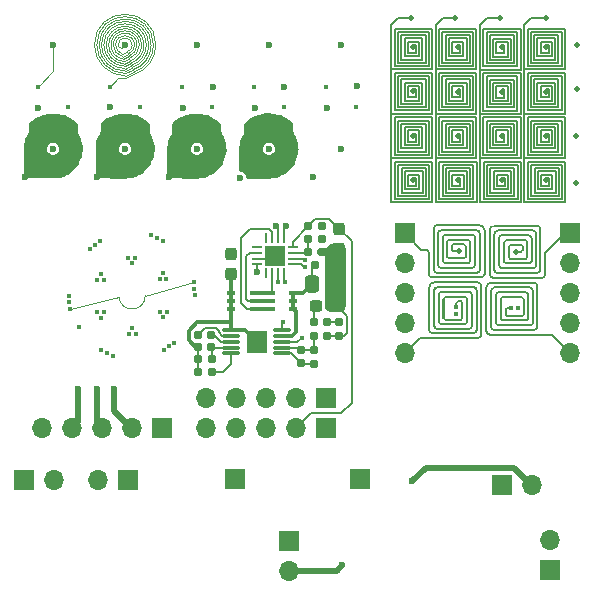
<source format=gbr>
%TF.GenerationSoftware,KiCad,Pcbnew,8.0.3*%
%TF.CreationDate,2024-07-16T20:49:30+03:00*%
%TF.ProjectId,PCBcoil,50434263-6f69-46c2-9e6b-696361645f70,rev?*%
%TF.SameCoordinates,Original*%
%TF.FileFunction,Copper,L8,Bot*%
%TF.FilePolarity,Positive*%
%FSLAX46Y46*%
G04 Gerber Fmt 4.6, Leading zero omitted, Abs format (unit mm)*
G04 Created by KiCad (PCBNEW 8.0.3) date 2024-07-16 20:49:30*
%MOMM*%
%LPD*%
G01*
G04 APERTURE LIST*
G04 Aperture macros list*
%AMRoundRect*
0 Rectangle with rounded corners*
0 $1 Rounding radius*
0 $2 $3 $4 $5 $6 $7 $8 $9 X,Y pos of 4 corners*
0 Add a 4 corners polygon primitive as box body*
4,1,4,$2,$3,$4,$5,$6,$7,$8,$9,$2,$3,0*
0 Add four circle primitives for the rounded corners*
1,1,$1+$1,$2,$3*
1,1,$1+$1,$4,$5*
1,1,$1+$1,$6,$7*
1,1,$1+$1,$8,$9*
0 Add four rect primitives between the rounded corners*
20,1,$1+$1,$2,$3,$4,$5,0*
20,1,$1+$1,$4,$5,$6,$7,0*
20,1,$1+$1,$6,$7,$8,$9,0*
20,1,$1+$1,$8,$9,$2,$3,0*%
G04 Aperture macros list end*
%TA.AperFunction,Conductor*%
%ADD10C,0.100000*%
%TD*%
%TA.AperFunction,ComponentPad*%
%ADD11R,1.700000X1.700000*%
%TD*%
%TA.AperFunction,ComponentPad*%
%ADD12O,1.700000X1.700000*%
%TD*%
%TA.AperFunction,SMDPad,CuDef*%
%ADD13RoundRect,0.155000X-0.155000X0.212500X-0.155000X-0.212500X0.155000X-0.212500X0.155000X0.212500X0*%
%TD*%
%TA.AperFunction,SMDPad,CuDef*%
%ADD14RoundRect,0.075000X-0.662500X-0.075000X0.662500X-0.075000X0.662500X0.075000X-0.662500X0.075000X0*%
%TD*%
%TA.AperFunction,HeatsinkPad*%
%ADD15R,1.730000X1.980000*%
%TD*%
%TA.AperFunction,SMDPad,CuDef*%
%ADD16RoundRect,0.160000X0.160000X-0.197500X0.160000X0.197500X-0.160000X0.197500X-0.160000X-0.197500X0*%
%TD*%
%TA.AperFunction,SMDPad,CuDef*%
%ADD17RoundRect,0.160000X-0.197500X-0.160000X0.197500X-0.160000X0.197500X0.160000X-0.197500X0.160000X0*%
%TD*%
%TA.AperFunction,SMDPad,CuDef*%
%ADD18RoundRect,0.100000X0.225000X0.100000X-0.225000X0.100000X-0.225000X-0.100000X0.225000X-0.100000X0*%
%TD*%
%TA.AperFunction,SMDPad,CuDef*%
%ADD19RoundRect,0.062500X0.062500X-0.325000X0.062500X0.325000X-0.062500X0.325000X-0.062500X-0.325000X0*%
%TD*%
%TA.AperFunction,SMDPad,CuDef*%
%ADD20RoundRect,0.062500X0.325000X-0.062500X0.325000X0.062500X-0.325000X0.062500X-0.325000X-0.062500X0*%
%TD*%
%TA.AperFunction,HeatsinkPad*%
%ADD21R,1.800000X1.800000*%
%TD*%
%TA.AperFunction,SMDPad,CuDef*%
%ADD22RoundRect,0.155000X-0.212500X-0.155000X0.212500X-0.155000X0.212500X0.155000X-0.212500X0.155000X0*%
%TD*%
%TA.AperFunction,SMDPad,CuDef*%
%ADD23RoundRect,0.237500X-0.237500X0.300000X-0.237500X-0.300000X0.237500X-0.300000X0.237500X0.300000X0*%
%TD*%
%TA.AperFunction,SMDPad,CuDef*%
%ADD24RoundRect,0.155000X0.212500X0.155000X-0.212500X0.155000X-0.212500X-0.155000X0.212500X-0.155000X0*%
%TD*%
%TA.AperFunction,SMDPad,CuDef*%
%ADD25RoundRect,0.237500X-0.300000X-0.237500X0.300000X-0.237500X0.300000X0.237500X-0.300000X0.237500X0*%
%TD*%
%TA.AperFunction,SMDPad,CuDef*%
%ADD26RoundRect,0.250000X-0.337500X-0.475000X0.337500X-0.475000X0.337500X0.475000X-0.337500X0.475000X0*%
%TD*%
%TA.AperFunction,ViaPad*%
%ADD27C,0.600000*%
%TD*%
%TA.AperFunction,ViaPad*%
%ADD28C,0.400000*%
%TD*%
%TA.AperFunction,ViaPad*%
%ADD29C,0.500000*%
%TD*%
%TA.AperFunction,Conductor*%
%ADD30C,0.130000*%
%TD*%
%TA.AperFunction,Conductor*%
%ADD31C,0.200000*%
%TD*%
%TA.AperFunction,Conductor*%
%ADD32C,0.300000*%
%TD*%
%TA.AperFunction,Conductor*%
%ADD33C,0.500000*%
%TD*%
G04 APERTURE END LIST*
D10*
%TO.N,unconnected-(U2-SENSEU-Pad4)*%
X103415187Y-84932156D02*
X104139289Y-84620316D01*
%TO.N,Net-(D1B-K)*%
X102886199Y-103672864D02*
X98764573Y-104673109D01*
%TO.N,unconnected-(U2-SENSEU-Pad4)*%
X103415186Y-84132156D02*
G75*
G02*
X101615144Y-82332156I-86J1799956D01*
G01*
X102815187Y-82332156D02*
G75*
G02*
X104015187Y-82332156I600000J0D01*
G01*
X105015187Y-82332156D02*
G75*
G02*
X103897932Y-83857627I-1599987J-44D01*
G01*
X104815187Y-82332156D02*
G75*
G02*
X103837590Y-83666947I-1399987J-44D01*
G01*
X103348578Y-83930765D02*
G75*
G02*
X101815151Y-82332156I66522J1598565D01*
G01*
X103179918Y-83096779D02*
X103596212Y-82904194D01*
X105615187Y-82332156D02*
G75*
G02*
X104078957Y-84429667I-2199987J-44D01*
G01*
X103415187Y-84732156D02*
G75*
G02*
X101015144Y-82332156I-87J2399956D01*
G01*
X104415187Y-82332156D02*
G75*
G02*
X103716906Y-83285587I-999987J-44D01*
G01*
X101415187Y-82332156D02*
G75*
G02*
X105415187Y-82332156I2000000J0D01*
G01*
X103415187Y-84532156D02*
X104018605Y-84238956D01*
X102615187Y-82332156D02*
G75*
G02*
X104215187Y-82332156I800000J0D01*
G01*
X103211233Y-83311137D02*
X103656554Y-83094876D01*
X105815187Y-82332156D02*
G75*
G02*
X104139299Y-84620347I-2399987J-44D01*
G01*
X102415187Y-82332156D02*
G75*
G02*
X104415187Y-82332156I1000000J0D01*
G01*
%TO.N,Net-(D1B-K)*%
X109248135Y-102435047D02*
X105121868Y-103550640D01*
%TO.N,unconnected-(U2-SENSEU-Pad4)*%
X103415187Y-84932156D02*
G75*
G02*
X100815144Y-82332156I-87J2599956D01*
G01*
X103415187Y-84732156D02*
X104078947Y-84429636D01*
X105415187Y-82332156D02*
G75*
G02*
X104018615Y-84238987I-1999987J-44D01*
G01*
X103211233Y-83311137D02*
G75*
G02*
X102415160Y-82332156I203867J978937D01*
G01*
X104615187Y-82307156D02*
G75*
G02*
X103777327Y-83476516I-1199987J-25044D01*
G01*
X101815191Y-82332156D02*
G75*
G02*
X105015187Y-82332156I1599998J1D01*
G01*
X102015191Y-82332156D02*
G75*
G02*
X104815187Y-82332156I1399998J1D01*
G01*
X102214931Y-82332156D02*
G75*
G02*
X104615208Y-82307156I1200269J-44D01*
G01*
X101615187Y-82332156D02*
G75*
G02*
X105215187Y-82332156I1800000J0D01*
G01*
X103897921Y-83857594D02*
X103415186Y-84132156D01*
X103348578Y-83930765D02*
X103837579Y-83666914D01*
%TO.N,Net-(D1B-K)*%
X105121868Y-103550640D02*
G75*
G02*
X102886284Y-103672856I-1120468J-12160D01*
G01*
%TO.N,unconnected-(U2-SENSEU-Pad4)*%
X105215187Y-82332156D02*
G75*
G02*
X103958273Y-84048308I-1799987J-44D01*
G01*
X101015187Y-82332156D02*
G75*
G02*
X105815187Y-82332156I2400000J0D01*
G01*
X100815187Y-82332156D02*
G75*
G02*
X106015187Y-82332156I2600000J0D01*
G01*
X104015187Y-82332156D02*
G75*
G02*
X103596223Y-82904227I-599987J-44D01*
G01*
X101215187Y-82332156D02*
G75*
G02*
X105615187Y-82332156I2200000J0D01*
G01*
X103415187Y-84532156D02*
G75*
G02*
X101215144Y-82332156I-87J2199956D01*
G01*
X103415187Y-84332156D02*
X103958263Y-84048276D01*
X103286504Y-83726226D02*
G75*
G02*
X102015155Y-82332156I128596J1394026D01*
G01*
X103415187Y-85132156D02*
X104199631Y-84810996D01*
X103286504Y-83726226D02*
X103777316Y-83476482D01*
X106015187Y-82332156D02*
G75*
G02*
X104199641Y-84811027I-2599987J-44D01*
G01*
X103415187Y-84332156D02*
G75*
G02*
X101415144Y-82332156I-87J1999956D01*
G01*
X103179918Y-83096779D02*
G75*
G02*
X102615168Y-82332156I235182J764579D01*
G01*
X103242422Y-83519913D02*
G75*
G02*
X102214900Y-82332156I172678J1187713D01*
G01*
X103242422Y-83519913D02*
X103716896Y-83285556D01*
X104215187Y-82332156D02*
G75*
G02*
X103656564Y-83094907I-799987J-44D01*
G01*
%TD*%
D11*
%TO.P,REF\u002A\u002A,1*%
%TO.N,N/C*%
X141075000Y-98247500D03*
D12*
%TO.P,REF\u002A\u002A,2*%
X141075000Y-100787500D03*
%TO.P,REF\u002A\u002A,3*%
%TO.N,Net-(D1C-K)*%
X141075000Y-103327500D03*
%TO.P,REF\u002A\u002A,4*%
X141075000Y-105867500D03*
%TO.P,REF\u002A\u002A,5*%
X141075000Y-108407500D03*
%TD*%
D11*
%TO.P,REF\u002A\u002A,1*%
%TO.N,+5V*%
X139405000Y-126750000D03*
D12*
%TO.P,REF\u002A\u002A,2*%
%TO.N,GND2*%
X139405000Y-124210000D03*
%TD*%
D11*
%TO.P,REF\u002A\u002A,1*%
%TO.N,EN*%
X120382500Y-114787500D03*
D12*
%TO.P,REF\u002A\u002A,2*%
%TO.N,FAULT*%
X117842500Y-114787500D03*
%TO.P,REF\u002A\u002A,3*%
%TO.N,STBY*%
X115302500Y-114787500D03*
%TO.P,REF\u002A\u002A,4*%
%TO.N,~{SHDN}*%
X112762500Y-114787500D03*
%TO.P,REF\u002A\u002A,5*%
%TO.N,EN_U*%
X110222500Y-114787500D03*
%TD*%
D11*
%TO.P,REF\u002A\u002A,1*%
%TO.N,Net-(D10-K)*%
X117305000Y-124305000D03*
D12*
%TO.P,REF\u002A\u002A,2*%
%TO.N,Net-(D7-A)*%
X117305000Y-126845000D03*
%TD*%
D11*
%TO.P,REF\u002A\u002A,1*%
%TO.N,N/C*%
X127075000Y-98247500D03*
D12*
%TO.P,REF\u002A\u002A,2*%
X127075000Y-100787500D03*
%TO.P,REF\u002A\u002A,3*%
%TO.N,Net-(D1C-K)*%
X127075000Y-103327500D03*
%TO.P,REF\u002A\u002A,4*%
X127075000Y-105867500D03*
%TO.P,REF\u002A\u002A,5*%
X127075000Y-108407500D03*
%TD*%
D11*
%TO.P,REF\u002A\u002A,1*%
%TO.N,Net-(Q3-C)*%
X94870000Y-119145000D03*
D12*
%TO.P,REF\u002A\u002A,2*%
%TO.N,+9V*%
X97410000Y-119145000D03*
%TD*%
D11*
%TO.P,REF\u002A\u002A,1*%
%TO.N,Net-(C14-Pad1)*%
X112735000Y-119105000D03*
%TD*%
%TO.P,REF\u002A\u002A,1*%
%TO.N,Net-(C16-Pad1)*%
X103640000Y-119145000D03*
D12*
%TO.P,REF\u002A\u002A,2*%
%TO.N,+9V*%
X101100000Y-119145000D03*
%TD*%
D11*
%TO.P,REF\u002A\u002A,1*%
%TO.N,3.3V*%
X135325000Y-119578750D03*
D12*
%TO.P,REF\u002A\u002A,2*%
%TO.N,Net-(Q1-C)*%
X137865000Y-119578750D03*
%TD*%
D11*
%TO.P,REF\u002A\u002A,1*%
%TO.N,IN_W*%
X120382500Y-112257500D03*
D12*
%TO.P,REF\u002A\u002A,2*%
%TO.N,EN_W*%
X117842500Y-112257500D03*
%TO.P,REF\u002A\u002A,3*%
%TO.N,IN_V*%
X115302500Y-112257500D03*
%TO.P,REF\u002A\u002A,4*%
%TO.N,EN_V*%
X112762500Y-112257500D03*
%TO.P,REF\u002A\u002A,5*%
%TO.N,IN_U*%
X110222500Y-112257500D03*
%TD*%
D11*
%TO.P,REF\u002A\u002A,1*%
%TO.N,Net-(D3-A)*%
X123315000Y-119095000D03*
%TD*%
%TO.P,REF\u002A\u002A,1*%
%TO.N,GND*%
X106522500Y-114777500D03*
D12*
%TO.P,REF\u002A\u002A,2*%
%TO.N,Net-(J1-Pin_1)*%
X103982500Y-114777500D03*
%TO.P,REF\u002A\u002A,3*%
%TO.N,Net-(J1-Pin_2)*%
X101442500Y-114777500D03*
%TO.P,REF\u002A\u002A,4*%
%TO.N,Net-(J1-Pin_3)*%
X98902500Y-114777500D03*
%TO.P,REF\u002A\u002A,5*%
%TO.N,3.3V*%
X96362500Y-114777500D03*
%TD*%
D13*
%TO.P,C8,1*%
%TO.N,+5V*%
X121550000Y-105817500D03*
%TO.P,C8,2*%
%TO.N,GND*%
X121550000Y-106952500D03*
%TD*%
D14*
%TO.P,U1,1,RT*%
%TO.N,Net-(U1-RT)*%
X112395000Y-108442500D03*
%TO.P,U1,2,BURST*%
%TO.N,Net-(U1-BURST)*%
X112395000Y-107942500D03*
%TO.P,U1,3,SW1*%
%TO.N,Net-(U1-SW1)*%
X112395000Y-107442500D03*
%TO.P,U1,4,SW2*%
%TO.N,Net-(U1-SW2)*%
X112395000Y-106942500D03*
%TO.P,U1,5,GND*%
%TO.N,GND*%
X112395000Y-106442500D03*
%TO.P,U1,6,Vout*%
%TO.N,+5V*%
X116720000Y-106442500D03*
%TO.P,U1,7,Vin*%
%TO.N,V_Mot<5V*%
X116720000Y-106942500D03*
%TO.P,U1,8,~{SHDN}*%
%TO.N,~{SHDN}*%
X116720000Y-107442500D03*
%TO.P,U1,9,FB*%
%TO.N,Net-(U1-FB)*%
X116720000Y-107942500D03*
%TO.P,U1,10,Vc*%
%TO.N,Net-(U1-Vc)*%
X116720000Y-108442500D03*
D15*
%TO.P,U1,11*%
%TO.N,GND*%
X114557500Y-107442500D03*
%TD*%
D16*
%TO.P,R3,1*%
%TO.N,Net-(U1-Vc)*%
X119400000Y-109307500D03*
%TO.P,R3,2*%
%TO.N,Net-(U1-FB)*%
X119400000Y-108112500D03*
%TD*%
D17*
%TO.P,R5,1*%
%TO.N,STBY*%
X118890000Y-98760000D03*
%TO.P,R5,2*%
%TO.N,+5V*%
X120085000Y-98760000D03*
%TD*%
D18*
%TO.P,D2,1,A*%
%TO.N,Net-(D1A-K)*%
X114295000Y-103352500D03*
%TO.P,D2,2,A*%
%TO.N,Net-(D1B-K)*%
X114295000Y-104002500D03*
%TO.P,D2,3,A*%
%TO.N,Net-(D1C-K)*%
X114295000Y-104652500D03*
%TO.P,D2,4,K*%
%TO.N,GND*%
X112395000Y-104652500D03*
%TO.P,D2,5,K*%
X112395000Y-104002500D03*
%TO.P,D2,6,K*%
X112395000Y-103352500D03*
%TD*%
D19*
%TO.P,U2,1,INU*%
%TO.N,IN_U*%
X116850000Y-101647500D03*
%TO.P,U2,2,ENU*%
%TO.N,EN_U*%
X116350000Y-101647500D03*
%TO.P,U2,3,OUTU*%
%TO.N,Net-(D1A-K)*%
X115850000Y-101647500D03*
%TO.P,U2,4,SENSEU*%
%TO.N,unconnected-(U2-SENSEU-Pad4)*%
X115350000Y-101647500D03*
D20*
%TO.P,U2,5,VS*%
%TO.N,+5V*%
X114612500Y-100910000D03*
%TO.P,U2,6,GND*%
%TO.N,GND*%
X114612500Y-100410000D03*
%TO.P,U2,7,OUTV*%
%TO.N,Net-(D1B-K)*%
X114612500Y-99910000D03*
%TO.P,U2,8,SENSEV*%
%TO.N,unconnected-(U2-SENSEV-Pad8)*%
X114612500Y-99410000D03*
D19*
%TO.P,U2,9,SENSEW*%
%TO.N,unconnected-(U2-SENSEW-Pad9)*%
X115350000Y-98672500D03*
%TO.P,U2,10,OUTW*%
%TO.N,Net-(D1C-K)*%
X115850000Y-98672500D03*
%TO.P,U2,11,INW*%
%TO.N,IN_W*%
X116350000Y-98672500D03*
%TO.P,U2,12,ENW*%
%TO.N,EN_W*%
X116850000Y-98672500D03*
D20*
%TO.P,U2,13,EN/FAULT*%
%TO.N,FAULT*%
X117587500Y-99410000D03*
%TO.P,U2,14,STBY/RESET*%
%TO.N,STBY*%
X117587500Y-99910000D03*
%TO.P,U2,15,INV*%
%TO.N,IN_V*%
X117587500Y-100410000D03*
%TO.P,U2,16,ENV*%
%TO.N,EN_V*%
X117587500Y-100910000D03*
D21*
%TO.P,U2,17,GND*%
%TO.N,GND*%
X116100000Y-100160000D03*
%TD*%
D17*
%TO.P,R6,1*%
%TO.N,FAULT*%
X118877500Y-97685000D03*
%TO.P,R6,2*%
%TO.N,EN*%
X120072500Y-97685000D03*
%TD*%
D22*
%TO.P,L4,1,1*%
%TO.N,Net-(U1-SW2)*%
X109545000Y-106867500D03*
%TO.P,L4,2,2*%
%TO.N,Net-(U1-SW1)*%
X110680000Y-106867500D03*
%TD*%
%TO.P,C9,1*%
%TO.N,STBY*%
X118907500Y-99835000D03*
%TO.P,C9,2*%
%TO.N,GND*%
X120042500Y-99835000D03*
%TD*%
D17*
%TO.P,R1,1*%
%TO.N,GND*%
X109545000Y-110010000D03*
%TO.P,R1,2*%
%TO.N,Net-(U1-RT)*%
X110740000Y-110010000D03*
%TD*%
D23*
%TO.P,C10,1*%
%TO.N,FAULT*%
X121500000Y-97872500D03*
%TO.P,C10,2*%
%TO.N,GND*%
X121500000Y-99597500D03*
%TD*%
D13*
%TO.P,C5,1*%
%TO.N,Net-(U1-FB)*%
X118300000Y-108117500D03*
%TO.P,C5,2*%
%TO.N,Net-(U1-Vc)*%
X118300000Y-109252500D03*
%TD*%
D24*
%TO.P,C4,1*%
%TO.N,Net-(U1-BURST)*%
X110710000Y-107885000D03*
%TO.P,C4,2*%
%TO.N,GND*%
X109575000Y-107885000D03*
%TD*%
D16*
%TO.P,R2,1*%
%TO.N,Net-(U1-FB)*%
X119400000Y-106982500D03*
%TO.P,R2,2*%
%TO.N,+5V*%
X119400000Y-105787500D03*
%TD*%
D17*
%TO.P,R4,1*%
%TO.N,GND*%
X109545000Y-108935000D03*
%TO.P,R4,2*%
%TO.N,Net-(U1-BURST)*%
X110740000Y-108935000D03*
%TD*%
D13*
%TO.P,C6,1*%
%TO.N,+5V*%
X120475000Y-105817500D03*
%TO.P,C6,2*%
%TO.N,GND*%
X120475000Y-106952500D03*
%TD*%
D23*
%TO.P,C2,1*%
%TO.N,V_Mot<5V*%
X112400000Y-99997500D03*
%TO.P,C2,2*%
%TO.N,GND*%
X112400000Y-101722500D03*
%TD*%
D22*
%TO.P,C3,1*%
%TO.N,V_Mot<5V*%
X119532500Y-100985000D03*
%TO.P,C3,2*%
%TO.N,GND*%
X120667500Y-100985000D03*
%TD*%
D18*
%TO.P,D1,1,A*%
%TO.N,V_Mot<5V*%
X117662500Y-103347500D03*
%TO.P,D1,2,A*%
X117662500Y-103997500D03*
%TO.P,D1,3,A*%
X117662500Y-104647500D03*
%TO.P,D1,4,K*%
%TO.N,Net-(D1C-K)*%
X115762500Y-104647500D03*
%TO.P,D1,5,K*%
%TO.N,Net-(D1B-K)*%
X115762500Y-103997500D03*
%TO.P,D1,6,K*%
%TO.N,Net-(D1A-K)*%
X115762500Y-103347500D03*
%TD*%
D25*
%TO.P,C7,1*%
%TO.N,+5V*%
X119562500Y-104385000D03*
%TO.P,C7,2*%
%TO.N,GND*%
X121287500Y-104385000D03*
%TD*%
D26*
%TO.P,C1,1*%
%TO.N,V_Mot<5V*%
X119262500Y-102560000D03*
%TO.P,C1,2*%
%TO.N,GND*%
X121337500Y-102560000D03*
%TD*%
D27*
%TO.N,GND4*%
X94960000Y-93515000D03*
X101010000Y-93465000D03*
D28*
%TO.N,*%
X103688404Y-100322069D03*
X106944733Y-104901444D03*
D29*
X127617276Y-80044006D03*
D28*
X104028404Y-106298388D03*
D29*
X135317276Y-86274006D03*
D28*
X106402701Y-104900271D03*
D29*
X127817276Y-86249006D03*
D28*
X102347562Y-108645750D03*
D29*
X127829776Y-82499006D03*
D28*
X101311917Y-98959856D03*
X103718404Y-106758388D03*
D29*
X131377276Y-80044006D03*
X131650000Y-99802500D03*
D28*
X100406636Y-99578401D03*
D29*
X141585000Y-90065000D03*
D28*
X101350722Y-105411354D03*
D29*
X141645000Y-86065000D03*
D28*
X107595155Y-107529603D03*
X101069382Y-104904060D03*
D29*
X131567276Y-86274006D03*
D28*
X106132373Y-98676072D03*
X100853567Y-99267023D03*
X109229661Y-102410718D03*
X98666423Y-103567288D03*
D29*
X131579776Y-93774006D03*
D28*
X103958404Y-100792069D03*
D29*
X141655000Y-82335000D03*
D28*
X101057058Y-102206561D03*
D29*
X135329776Y-90024006D03*
X139067276Y-86274006D03*
X131579776Y-82524006D03*
D28*
X109312696Y-103503987D03*
D29*
X135329776Y-82524006D03*
D28*
X106628397Y-101659920D03*
X101359246Y-108171026D03*
X101854435Y-108414385D03*
X98749458Y-104660557D03*
X106909737Y-102167215D03*
X101599090Y-102207734D03*
D29*
X139079776Y-93774006D03*
D28*
X98703262Y-104117814D03*
D29*
X127829776Y-93749006D03*
D28*
X106627562Y-98919431D03*
D29*
X139079776Y-90024006D03*
D28*
X104268404Y-100332069D03*
X107148224Y-107840981D03*
D29*
X127829776Y-89999006D03*
D28*
X131408118Y-105098669D03*
X109275857Y-102953461D03*
D29*
X135329776Y-93774006D03*
D28*
X104298404Y-106768388D03*
D29*
X141575000Y-94055000D03*
D28*
X101355718Y-101709266D03*
X136669975Y-104627846D03*
X106356365Y-102128747D03*
X106689874Y-108148148D03*
D29*
X131579776Y-90024006D03*
X139037276Y-80034006D03*
D28*
X106646073Y-105398738D03*
X101622754Y-104942527D03*
D29*
X136475000Y-99827500D03*
X135187276Y-80054006D03*
D28*
X105625641Y-98415580D03*
D29*
X139079776Y-82524006D03*
D28*
%TO.N,GND*%
X109542500Y-109977500D03*
X115472500Y-100797500D03*
X121500000Y-99597500D03*
D27*
X113183698Y-93581875D03*
D28*
X116675641Y-99595580D03*
X112412500Y-101677500D03*
D27*
X119283698Y-93531875D03*
D28*
%TO.N,V_Mot<5V*%
X112332500Y-100237500D03*
X117662500Y-103337500D03*
%TO.N,Net-(D1C-K)*%
X131400288Y-104527500D03*
X115082500Y-104647500D03*
X136098806Y-104635676D03*
%TO.N,Net-(D1B-K)*%
X99535641Y-106185580D03*
X115072500Y-103997500D03*
%TO.N,Net-(D1A-K)*%
X115092500Y-103347500D03*
D27*
%TO.N,IN_W*%
X116222500Y-97657500D03*
D28*
%TO.N,EN_V*%
X118648195Y-101154508D03*
D27*
%TO.N,unconnected-(U2-SENSEU-Pad4)*%
X114435000Y-87655000D03*
D28*
X108230000Y-85847327D03*
D27*
X103415189Y-82332155D03*
X115583678Y-82331892D03*
X96045000Y-87655000D03*
D28*
X122948511Y-87606594D03*
D27*
X110855000Y-85925000D03*
X115588322Y-91121766D03*
X121669811Y-91122047D03*
X109494811Y-91122047D03*
X97326300Y-91122328D03*
D28*
X110773511Y-87606594D03*
D27*
X109508700Y-82331874D03*
D28*
X104698511Y-87606594D03*
X114305000Y-85847327D03*
D27*
X121677211Y-82331593D03*
X123055000Y-85825000D03*
D28*
X96055000Y-85847327D03*
X102136489Y-85847608D03*
D27*
X102135000Y-87615000D03*
X97333700Y-82331874D03*
X103419811Y-91122047D03*
X108295000Y-87625000D03*
X116845000Y-85845000D03*
D28*
X120398511Y-85847046D03*
X98605000Y-87606875D03*
X116867022Y-87606313D03*
D27*
X120485000Y-87625000D03*
D28*
%TO.N,EN_U*%
X116362500Y-102437500D03*
%TO.N,STBY*%
X118892500Y-98767500D03*
D27*
%TO.N,EN_W*%
X117032500Y-97667500D03*
D28*
%TO.N,IN_U*%
X116982500Y-102377500D03*
%TO.N,IN_V*%
X118672502Y-100554998D03*
%TO.N,EN*%
X120082500Y-97667500D03*
%TO.N,~{SHDN}*%
X118352500Y-107097500D03*
%TO.N,+5V*%
X121532500Y-105837500D03*
X116752500Y-105787500D03*
D27*
X114560454Y-101572698D03*
D28*
X120082500Y-98757500D03*
X119400000Y-105787500D03*
D27*
%TO.N,Net-(Q1-C)*%
X127732500Y-119278750D03*
%TO.N,Net-(D7-A)*%
X121777500Y-126387500D03*
%TO.N,Net-(J1-Pin_3)*%
X99450454Y-111452698D03*
%TO.N,Net-(J1-Pin_2)*%
X101020454Y-111452698D03*
%TO.N,Net-(J1-Pin_1)*%
X102510454Y-111482698D03*
%TO.N,GND4*%
X107108698Y-93481875D03*
%TD*%
D30*
%TO.N,*%
X138329776Y-89274006D02*
X138329776Y-90799006D01*
X134854776Y-89561506D02*
X134854776Y-90536506D01*
X129129776Y-87874006D02*
X129129776Y-84974006D01*
D31*
X140655000Y-98247500D02*
X141075000Y-98247500D01*
X133850000Y-98002500D02*
X133850000Y-101702500D01*
D30*
X127379776Y-94274006D02*
X128054776Y-94274006D01*
X139279776Y-89824006D02*
X139079776Y-89824006D01*
X130854776Y-93024006D02*
X130854776Y-94549006D01*
X139579776Y-94549006D02*
X139579776Y-93299006D01*
X131104776Y-90524006D02*
X131779776Y-90524006D01*
X138054776Y-81499006D02*
X138054776Y-83574006D01*
X126554776Y-95099006D02*
X128879776Y-95099006D01*
X126804776Y-91074006D02*
X128579776Y-91074006D01*
X132054776Y-87049006D02*
X132054776Y-85799006D01*
D31*
X130550000Y-98402500D02*
X132800000Y-98402500D01*
D30*
X138329776Y-87049006D02*
X139554776Y-87049006D01*
X138604776Y-90524006D02*
X139279776Y-90524006D01*
D31*
X132650000Y-99002500D02*
X132650000Y-100652500D01*
D30*
X136379776Y-92761506D02*
X134329776Y-92761506D01*
X135329776Y-86086506D02*
X135329776Y-86286506D01*
X132054776Y-89549006D02*
X131104776Y-89549006D01*
X137529776Y-92199006D02*
X137529776Y-95374006D01*
X131779776Y-82324006D02*
X131579776Y-82324006D01*
X128579776Y-83574006D02*
X128579776Y-81774006D01*
X129704776Y-91899006D02*
X133154776Y-91899006D01*
X133154776Y-91899006D02*
X133154776Y-88449006D01*
X126554776Y-92474006D02*
X126554776Y-95099006D01*
X136904776Y-88161506D02*
X136904776Y-84711506D01*
X132329776Y-91074006D02*
X132329776Y-89274006D01*
X131579776Y-89824006D02*
X131579776Y-90024006D01*
X128304776Y-85799006D02*
X127354776Y-85799006D01*
X134854776Y-90536506D02*
X135529776Y-90536506D01*
X125954776Y-84399006D02*
X125954776Y-88149006D01*
X132604776Y-88999006D02*
X130554776Y-88999006D01*
D31*
X135325000Y-101227500D02*
X137975000Y-101227500D01*
D30*
X135529776Y-82336506D02*
X135329776Y-82336506D01*
X137504776Y-84124006D02*
X140379776Y-84124006D01*
X129404776Y-84699006D02*
X126254776Y-84699006D01*
X138629776Y-93299006D02*
X138629776Y-94274006D01*
X137779776Y-83849006D02*
X140104776Y-83849006D01*
X139279776Y-86774006D02*
X139279776Y-86074006D01*
X138329776Y-90799006D02*
X139554776Y-90799006D01*
D31*
X139037276Y-80034006D02*
X139047276Y-80044006D01*
D30*
X137204776Y-91899006D02*
X140654776Y-91899006D01*
X132604776Y-85249006D02*
X130554776Y-85249006D01*
X138629776Y-94274006D02*
X139304776Y-94274006D01*
X137204776Y-84399006D02*
X140654776Y-84399006D01*
X130279776Y-91349006D02*
X132604776Y-91349006D01*
X134604776Y-94561506D02*
X135829776Y-94561506D01*
X129429776Y-95649006D02*
X129429776Y-92199006D01*
X127829776Y-82324006D02*
X127829776Y-82524006D01*
X135329776Y-89836506D02*
X135329776Y-90036506D01*
X140679776Y-95649006D02*
X140679776Y-92199006D01*
D31*
X135475000Y-99027500D02*
X135475000Y-100677500D01*
D30*
X136929776Y-92211506D02*
X133779776Y-92211506D01*
X133754776Y-87886506D02*
X136629776Y-87886506D01*
X128579776Y-91074006D02*
X128579776Y-89274006D01*
X139279776Y-86074006D02*
X139079776Y-86074006D01*
D31*
X135177276Y-80044006D02*
X135187276Y-80054006D01*
D30*
X134604776Y-93036506D02*
X134604776Y-94561506D01*
X130554776Y-85249006D02*
X130554776Y-87324006D01*
D31*
X126559776Y-80044006D02*
X127617276Y-80044006D01*
X133450000Y-98302500D02*
X133450000Y-101352500D01*
X129550000Y-101352500D02*
X129550000Y-97852500D01*
D30*
X126804776Y-88999006D02*
X126804776Y-91074006D01*
X134879776Y-94286506D02*
X135554776Y-94286506D01*
X130554776Y-87324006D02*
X132329776Y-87324006D01*
X125954776Y-91899006D02*
X129404776Y-91899006D01*
X132329776Y-83574006D02*
X132329776Y-81774006D01*
X132054776Y-85799006D02*
X131104776Y-85799006D01*
X128579776Y-81774006D02*
X127079776Y-81774006D01*
X132329776Y-89274006D02*
X130829776Y-89274006D01*
X138354776Y-94549006D02*
X139579776Y-94549006D01*
X140379776Y-81224006D02*
X137779776Y-81224006D01*
X134054776Y-92486506D02*
X134054776Y-95111506D01*
X133454776Y-84411506D02*
X136904776Y-84411506D01*
X127079776Y-83299006D02*
X128304776Y-83299006D01*
X132354776Y-93024006D02*
X130854776Y-93024006D01*
X135804776Y-89561506D02*
X134854776Y-89561506D01*
X127829776Y-86074006D02*
X127829776Y-86274006D01*
X132879776Y-87874006D02*
X132879776Y-84974006D01*
X131104776Y-82049006D02*
X131104776Y-83024006D01*
X125954776Y-91899006D02*
X125954776Y-95649006D01*
X129704776Y-84399006D02*
X129704776Y-88149006D01*
X130004776Y-88449006D02*
X130004776Y-91624006D01*
X139304776Y-93574006D02*
X139104776Y-93574006D01*
X137779776Y-87599006D02*
X140104776Y-87599006D01*
X134579776Y-89286506D02*
X134579776Y-90811506D01*
X136904776Y-84411506D02*
X136904776Y-80961506D01*
X136354776Y-91361506D02*
X136354776Y-89011506D01*
X136354776Y-87611506D02*
X136354776Y-85261506D01*
X129704776Y-95649006D02*
X133179776Y-95649006D01*
X133454776Y-88161506D02*
X136904776Y-88161506D01*
X131779776Y-89824006D02*
X131579776Y-89824006D01*
X129129776Y-84124006D02*
X129129776Y-81224006D01*
D31*
X132100000Y-100402500D02*
X130800000Y-100402500D01*
D30*
X137804776Y-92474006D02*
X137804776Y-95099006D01*
X132604776Y-81499006D02*
X130554776Y-81499006D01*
X139079776Y-86074006D02*
X139079776Y-86274006D01*
X133154776Y-84699006D02*
X130004776Y-84699006D01*
X136629776Y-84986506D02*
X134029776Y-84986506D01*
X138329776Y-85524006D02*
X138329776Y-87049006D01*
X132879776Y-81224006D02*
X130279776Y-81224006D01*
X137779776Y-88724006D02*
X137779776Y-91349006D01*
X140104776Y-83849006D02*
X140104776Y-81499006D01*
X130829776Y-83299006D02*
X132054776Y-83299006D01*
X127104776Y-93024006D02*
X127104776Y-94549006D01*
X140379776Y-84124006D02*
X140379776Y-81224006D01*
X127354776Y-89549006D02*
X127354776Y-90524006D01*
X127354776Y-90524006D02*
X128029776Y-90524006D01*
X131804776Y-94274006D02*
X131804776Y-93574006D01*
X129704776Y-88149006D02*
X133154776Y-88149006D01*
X136079776Y-81786506D02*
X134579776Y-81786506D01*
X133454776Y-80661506D02*
X133454776Y-84411506D01*
X140104776Y-85249006D02*
X138054776Y-85249006D01*
X129704776Y-88149006D02*
X129704776Y-91899006D01*
X129129776Y-81224006D02*
X126529776Y-81224006D01*
X134579776Y-87061506D02*
X135804776Y-87061506D01*
X139554776Y-82049006D02*
X138604776Y-82049006D01*
X127354776Y-86774006D02*
X128029776Y-86774006D01*
X127829776Y-89824006D02*
X127829776Y-90024006D01*
X128579776Y-87324006D02*
X128579776Y-85524006D01*
X125954776Y-80649006D02*
X125954776Y-84399006D01*
D31*
X134072276Y-80044006D02*
X135177276Y-80044006D01*
D30*
X139829776Y-87324006D02*
X139829776Y-85524006D01*
X133454776Y-84411506D02*
X133454776Y-88161506D01*
X140404776Y-95374006D02*
X140404776Y-92474006D01*
X140129776Y-92749006D02*
X138079776Y-92749006D01*
D31*
X131050000Y-99652500D02*
X131050000Y-99352500D01*
D30*
X127079776Y-85524006D02*
X127079776Y-87049006D01*
X125954776Y-88149006D02*
X125954776Y-91899006D01*
X134579776Y-83311506D02*
X135804776Y-83311506D01*
X139854776Y-93024006D02*
X138354776Y-93024006D01*
X139554776Y-83299006D02*
X139554776Y-82049006D01*
D31*
X128875000Y-99652500D02*
X128480000Y-99652500D01*
D30*
X131604776Y-93574006D02*
X131604776Y-93774006D01*
X127354776Y-82049006D02*
X127354776Y-83024006D01*
X126529776Y-83849006D02*
X128854776Y-83849006D01*
D31*
X132250000Y-99402500D02*
X132250000Y-100252500D01*
D30*
X131104776Y-85799006D02*
X131104776Y-86774006D01*
X137504776Y-88449006D02*
X137504776Y-91624006D01*
D31*
X133050000Y-98652500D02*
X133050000Y-100952500D01*
D30*
X130554776Y-83574006D02*
X132329776Y-83574006D01*
X126829776Y-94824006D02*
X128604776Y-94824006D01*
X136629776Y-88736506D02*
X134029776Y-88736506D01*
X129404776Y-91899006D02*
X129404776Y-88449006D01*
X128054776Y-94274006D02*
X128054776Y-93574006D01*
X126529776Y-87599006D02*
X128854776Y-87599006D01*
X134854776Y-83036506D02*
X135529776Y-83036506D01*
X134579776Y-90811506D02*
X135804776Y-90811506D01*
X134854776Y-86786506D02*
X135529776Y-86786506D01*
X132879776Y-88724006D02*
X130279776Y-88724006D01*
D31*
X138225000Y-100977500D02*
X138225000Y-98327500D01*
D30*
X139554776Y-85799006D02*
X138604776Y-85799006D01*
X136904776Y-91911506D02*
X136904776Y-88461506D01*
X140104776Y-81499006D02*
X138054776Y-81499006D01*
X140379776Y-88724006D02*
X137779776Y-88724006D01*
D31*
X130309776Y-80044006D02*
X131377276Y-80044006D01*
X128480000Y-99652500D02*
X127075000Y-98247500D01*
D30*
X139279776Y-82324006D02*
X139079776Y-82324006D01*
X136629776Y-91636506D02*
X136629776Y-88736506D01*
X132904776Y-92474006D02*
X130304776Y-92474006D01*
X126829776Y-92749006D02*
X126829776Y-94824006D01*
X128329776Y-94549006D02*
X128329776Y-93299006D01*
X135554776Y-93586506D02*
X135354776Y-93586506D01*
X128304776Y-90799006D02*
X128304776Y-89549006D01*
X128029776Y-89824006D02*
X127829776Y-89824006D01*
X133454776Y-88161506D02*
X133454776Y-91911506D01*
X132604776Y-87599006D02*
X132604776Y-85249006D01*
X139554776Y-90799006D02*
X139554776Y-89549006D01*
X139104776Y-93574006D02*
X139104776Y-93774006D01*
X131104776Y-89549006D02*
X131104776Y-90524006D01*
D31*
X137809776Y-80044006D02*
X139027276Y-80044006D01*
D30*
X126529776Y-88724006D02*
X126529776Y-91349006D01*
X137504776Y-87874006D02*
X140379776Y-87874006D01*
X136354776Y-81511506D02*
X134304776Y-81511506D01*
X129404776Y-88449006D02*
X126254776Y-88449006D01*
X138354776Y-93024006D02*
X138354776Y-94549006D01*
X139579776Y-93299006D02*
X138629776Y-93299006D01*
D31*
X137075000Y-99677500D02*
X137075000Y-99377500D01*
D30*
X129404776Y-80949006D02*
X126254776Y-80949006D01*
X134029776Y-87611506D02*
X136354776Y-87611506D01*
X130029776Y-95374006D02*
X132904776Y-95374006D01*
X132329776Y-85524006D02*
X130829776Y-85524006D01*
X126529776Y-91349006D02*
X128854776Y-91349006D01*
X130579776Y-92749006D02*
X130579776Y-94824006D01*
D31*
X134275000Y-98027500D02*
X134275000Y-101727500D01*
D30*
X125954776Y-95649006D02*
X129429776Y-95649006D01*
X140104776Y-88999006D02*
X138054776Y-88999006D01*
X128304776Y-89549006D02*
X127354776Y-89549006D01*
D31*
X129125000Y-101727500D02*
X129125000Y-99902500D01*
X138975000Y-99927500D02*
X140655000Y-98247500D01*
D30*
X135804776Y-90811506D02*
X135804776Y-89561506D01*
D31*
X139047276Y-80044006D02*
X139077276Y-80044006D01*
D30*
X135529776Y-83036506D02*
X135529776Y-82336506D01*
X133454776Y-91911506D02*
X133454776Y-95661506D01*
X128029776Y-86074006D02*
X127829776Y-86074006D01*
D31*
X131650000Y-99802500D02*
X131200000Y-99802500D01*
X134925000Y-101627500D02*
X138325000Y-101627500D01*
D30*
X137779776Y-84974006D02*
X137779776Y-87599006D01*
X129429776Y-92199006D02*
X126279776Y-92199006D01*
X134304776Y-81511506D02*
X134304776Y-83586506D01*
D31*
X137275000Y-98827500D02*
X135675000Y-98827500D01*
D30*
X136354776Y-89011506D02*
X134304776Y-89011506D01*
X136079776Y-85536506D02*
X134579776Y-85536506D01*
X135829776Y-94561506D02*
X135829776Y-93311506D01*
X136354776Y-85261506D02*
X134304776Y-85261506D01*
X132629776Y-92749006D02*
X130579776Y-92749006D01*
X137504776Y-91624006D02*
X140379776Y-91624006D01*
X139829776Y-81774006D02*
X138329776Y-81774006D01*
X137204776Y-88149006D02*
X137204776Y-91899006D01*
X136079776Y-83586506D02*
X136079776Y-81786506D01*
X127104776Y-94549006D02*
X128329776Y-94549006D01*
D31*
X131377276Y-80044006D02*
X131407276Y-80044006D01*
D30*
X126254776Y-88449006D02*
X126254776Y-91624006D01*
D31*
X136025000Y-100427500D02*
X137325000Y-100427500D01*
D30*
X129129776Y-91624006D02*
X129129776Y-88724006D01*
X140129776Y-95099006D02*
X140129776Y-92749006D01*
X138079776Y-94824006D02*
X139854776Y-94824006D01*
X135529776Y-89836506D02*
X135329776Y-89836506D01*
X132879776Y-84124006D02*
X132879776Y-81224006D01*
X132629776Y-95099006D02*
X132629776Y-92749006D01*
X136904776Y-80961506D02*
X133754776Y-80961506D01*
X128854776Y-81499006D02*
X126804776Y-81499006D01*
X135354776Y-93586506D02*
X135354776Y-93786506D01*
X132904776Y-95374006D02*
X132904776Y-92474006D01*
X130829776Y-89274006D02*
X130829776Y-90799006D01*
X131779776Y-86074006D02*
X131579776Y-86074006D01*
X137204776Y-95649006D02*
X140679776Y-95649006D01*
X130004776Y-87874006D02*
X132879776Y-87874006D01*
X138079776Y-92749006D02*
X138079776Y-94824006D01*
D31*
X135075000Y-98677500D02*
X135075000Y-100977500D01*
X133454776Y-80661506D02*
X134072276Y-80044006D01*
D30*
X126804776Y-87324006D02*
X128579776Y-87324006D01*
X129154776Y-95374006D02*
X129154776Y-92474006D01*
X134054776Y-95111506D02*
X136379776Y-95111506D01*
D31*
X137925000Y-98027500D02*
X134975000Y-98027500D01*
D30*
X131779776Y-83024006D02*
X131779776Y-82324006D01*
X140404776Y-92474006D02*
X137804776Y-92474006D01*
X128879776Y-92749006D02*
X126829776Y-92749006D01*
X130829776Y-85524006D02*
X130829776Y-87049006D01*
D31*
X129704776Y-80649006D02*
X130309776Y-80044006D01*
D30*
X135529776Y-86786506D02*
X135529776Y-86086506D01*
X138054776Y-87324006D02*
X139829776Y-87324006D01*
X140104776Y-87599006D02*
X140104776Y-85249006D01*
X139079776Y-82324006D02*
X139079776Y-82524006D01*
X134304776Y-87336506D02*
X136079776Y-87336506D01*
D31*
X135197276Y-80044006D02*
X135257276Y-80044006D01*
D30*
X139279776Y-83024006D02*
X139279776Y-82324006D01*
X134854776Y-85811506D02*
X134854776Y-86786506D01*
X132604776Y-83849006D02*
X132604776Y-81499006D01*
X132604776Y-91349006D02*
X132604776Y-88999006D01*
D31*
X131200000Y-99202500D02*
X132050000Y-99202500D01*
D30*
X127079776Y-81774006D02*
X127079776Y-83299006D01*
X134029776Y-83861506D02*
X136354776Y-83861506D01*
X136929776Y-95661506D02*
X136929776Y-92211506D01*
D31*
X133200000Y-101602500D02*
X129800000Y-101602500D01*
D30*
X126529776Y-84974006D02*
X126529776Y-87599006D01*
X131104776Y-86774006D02*
X131779776Y-86774006D01*
X135804776Y-83311506D02*
X135804776Y-82061506D01*
D31*
X130200000Y-98002500D02*
X133150000Y-98002500D01*
D30*
X136079776Y-89286506D02*
X134579776Y-89286506D01*
X138604776Y-85799006D02*
X138604776Y-86774006D01*
X133454776Y-95661506D02*
X136929776Y-95661506D01*
X130279776Y-87599006D02*
X132604776Y-87599006D01*
D31*
X137204776Y-80649006D02*
X137809776Y-80044006D01*
D30*
X130279776Y-84974006D02*
X130279776Y-87599006D01*
X128579776Y-89274006D02*
X127079776Y-89274006D01*
X130029776Y-92199006D02*
X130029776Y-95374006D01*
X134854776Y-82061506D02*
X134854776Y-83036506D01*
X130554776Y-88999006D02*
X130554776Y-91074006D01*
X129404776Y-84399006D02*
X129404776Y-80949006D01*
X136629776Y-81236506D02*
X134029776Y-81236506D01*
X126804776Y-85249006D02*
X126804776Y-87324006D01*
X126804776Y-81499006D02*
X126804776Y-83574006D01*
X127854776Y-93574006D02*
X127854776Y-93774006D01*
X136904776Y-84711506D02*
X133754776Y-84711506D01*
X128854776Y-83849006D02*
X128854776Y-81499006D01*
X131129776Y-93299006D02*
X131129776Y-94274006D01*
X139829776Y-85524006D02*
X138329776Y-85524006D01*
X139829776Y-91074006D02*
X139829776Y-89274006D01*
X138329776Y-83299006D02*
X139554776Y-83299006D01*
X128304776Y-87049006D02*
X128304776Y-85799006D01*
X126254776Y-84124006D02*
X129129776Y-84124006D01*
X133779776Y-92211506D02*
X133779776Y-95386506D01*
X137204776Y-88149006D02*
X140654776Y-88149006D01*
X138329776Y-81774006D02*
X138329776Y-83299006D01*
X137504776Y-80949006D02*
X137504776Y-84124006D01*
X130554776Y-91074006D02*
X132329776Y-91074006D01*
X133179776Y-92199006D02*
X130029776Y-92199006D01*
X133154776Y-84399006D02*
X133154776Y-80949006D01*
X130304776Y-95099006D02*
X132629776Y-95099006D01*
X135529776Y-86086506D02*
X135329776Y-86086506D01*
X127079776Y-90799006D02*
X128304776Y-90799006D01*
X131804776Y-93574006D02*
X131604776Y-93574006D01*
X126804776Y-83574006D02*
X128579776Y-83574006D01*
X138604776Y-82049006D02*
X138604776Y-83024006D01*
X128854776Y-91349006D02*
X128854776Y-88999006D01*
D31*
X138575000Y-101377500D02*
X138575000Y-97877500D01*
D30*
X127079776Y-87049006D02*
X128304776Y-87049006D01*
X129704776Y-84399006D02*
X133154776Y-84399006D01*
X133754776Y-84136506D02*
X136629776Y-84136506D01*
X128029776Y-86774006D02*
X128029776Y-86074006D01*
X136104776Y-93036506D02*
X134604776Y-93036506D01*
X139829776Y-83574006D02*
X139829776Y-81774006D01*
X130829776Y-90799006D02*
X132054776Y-90799006D01*
X132054776Y-90799006D02*
X132054776Y-89549006D01*
X134304776Y-89011506D02*
X134304776Y-91086506D01*
X132354776Y-94824006D02*
X132354776Y-93024006D01*
X138604776Y-89549006D02*
X138604776Y-90524006D01*
X134029776Y-84986506D02*
X134029776Y-87611506D01*
X133754776Y-84711506D02*
X133754776Y-87886506D01*
X132329776Y-87324006D02*
X132329776Y-85524006D01*
X140654776Y-80949006D02*
X137504776Y-80949006D01*
X133754776Y-88461506D02*
X133754776Y-91636506D01*
X137779776Y-81224006D02*
X137779776Y-83849006D01*
X131579776Y-82324006D02*
X131579776Y-82524006D01*
X128029776Y-90524006D02*
X128029776Y-89824006D01*
D31*
X130300000Y-100552500D02*
X130300000Y-98652500D01*
D30*
X129404776Y-88149006D02*
X129404776Y-84699006D01*
D31*
X135187276Y-80054006D02*
X135197276Y-80044006D01*
D30*
X128879776Y-95099006D02*
X128879776Y-92749006D01*
X139829776Y-89274006D02*
X138329776Y-89274006D01*
X132329776Y-81774006D02*
X130829776Y-81774006D01*
X126254776Y-84699006D02*
X126254776Y-87874006D01*
X138604776Y-83024006D02*
X139279776Y-83024006D01*
X130004776Y-84699006D02*
X130004776Y-87874006D01*
D31*
X133550000Y-102002500D02*
X129400000Y-102002500D01*
D30*
X130304776Y-92474006D02*
X130304776Y-95099006D01*
X130829776Y-87049006D02*
X132054776Y-87049006D01*
X137779776Y-91349006D02*
X140104776Y-91349006D01*
X133779776Y-95386506D02*
X136654776Y-95386506D01*
X131129776Y-94274006D02*
X131804776Y-94274006D01*
D31*
X130850000Y-98802500D02*
X132450000Y-98802500D01*
D30*
X126529776Y-81224006D02*
X126529776Y-83849006D01*
X127379776Y-93299006D02*
X127379776Y-94274006D01*
X126254776Y-91624006D02*
X129129776Y-91624006D01*
X131779776Y-90524006D02*
X131779776Y-89824006D01*
X136904776Y-88461506D02*
X133754776Y-88461506D01*
X132079776Y-93299006D02*
X131129776Y-93299006D01*
X130004776Y-84124006D02*
X132879776Y-84124006D01*
X129129776Y-88724006D02*
X126529776Y-88724006D01*
X128304776Y-83299006D02*
X128304776Y-82049006D01*
X132054776Y-82049006D02*
X131104776Y-82049006D01*
X133754776Y-91636506D02*
X136629776Y-91636506D01*
X140654776Y-88149006D02*
X140654776Y-84699006D01*
X140379776Y-91624006D02*
X140379776Y-88724006D01*
D31*
X134575000Y-102027500D02*
X138725000Y-102027500D01*
D30*
X127354776Y-85799006D02*
X127354776Y-86774006D01*
X139554776Y-87049006D02*
X139554776Y-85799006D01*
X140679776Y-92199006D02*
X137529776Y-92199006D01*
X140654776Y-91899006D02*
X140654776Y-88449006D01*
D31*
X125954776Y-80649006D02*
X126559776Y-80044006D01*
D30*
X129704776Y-80649006D02*
X129704776Y-84399006D01*
X135554776Y-94286506D02*
X135554776Y-93586506D01*
X138604776Y-86774006D02*
X139279776Y-86774006D01*
X135829776Y-93311506D02*
X134879776Y-93311506D01*
X140654776Y-84399006D02*
X140654776Y-80949006D01*
D31*
X137475000Y-100277500D02*
X137475000Y-99027500D01*
D30*
X140104776Y-91349006D02*
X140104776Y-88999006D01*
X131779776Y-86774006D02*
X131779776Y-86074006D01*
X130829776Y-81774006D02*
X130829776Y-83299006D01*
X138054776Y-91074006D02*
X139829776Y-91074006D01*
X136654776Y-92486506D02*
X134054776Y-92486506D01*
X126279776Y-92199006D02*
X126279776Y-95374006D01*
X132054776Y-83299006D02*
X132054776Y-82049006D01*
X139854776Y-94824006D02*
X139854776Y-93024006D01*
X128029776Y-83024006D02*
X128029776Y-82324006D01*
X129154776Y-92474006D02*
X126554776Y-92474006D01*
X140654776Y-88449006D02*
X137504776Y-88449006D01*
X126279776Y-95374006D02*
X129154776Y-95374006D01*
X133454776Y-91911506D02*
X136904776Y-91911506D01*
X128854776Y-87599006D02*
X128854776Y-85249006D01*
X140654776Y-84699006D02*
X137504776Y-84699006D01*
X136629776Y-84136506D02*
X136629776Y-81236506D01*
X137504776Y-84699006D02*
X137504776Y-87874006D01*
X134579776Y-85536506D02*
X134579776Y-87061506D01*
X133754776Y-80961506D02*
X133754776Y-84136506D01*
D31*
X135875000Y-99427500D02*
X135875000Y-100277500D01*
D30*
X136379776Y-95111506D02*
X136379776Y-92761506D01*
X130004776Y-91624006D02*
X132879776Y-91624006D01*
X130579776Y-94824006D02*
X132354776Y-94824006D01*
X132879776Y-91624006D02*
X132879776Y-88724006D01*
X136079776Y-91086506D02*
X136079776Y-89286506D01*
D31*
X132500000Y-100802500D02*
X130550000Y-100802500D01*
D30*
X136079776Y-87336506D02*
X136079776Y-85536506D01*
X131104776Y-83024006D02*
X131779776Y-83024006D01*
X128604776Y-93024006D02*
X127104776Y-93024006D01*
X138054776Y-88999006D02*
X138054776Y-91074006D01*
X128854776Y-85249006D02*
X126804776Y-85249006D01*
X126254776Y-87874006D02*
X129129776Y-87874006D01*
X132079776Y-94549006D02*
X132079776Y-93299006D01*
D31*
X136925000Y-99227500D02*
X136075000Y-99227500D01*
D30*
X128054776Y-93574006D02*
X127854776Y-93574006D01*
X137204776Y-84399006D02*
X137204776Y-88149006D01*
X134029776Y-91361506D02*
X136354776Y-91361506D01*
D31*
X129800000Y-97602500D02*
X133450000Y-97602500D01*
D30*
X129704776Y-91899006D02*
X129704776Y-95649006D01*
X130554776Y-81499006D02*
X130554776Y-83574006D01*
X134329776Y-94836506D02*
X136104776Y-94836506D01*
X137529776Y-95374006D02*
X140404776Y-95374006D01*
X128304776Y-82049006D02*
X127354776Y-82049006D01*
X140379776Y-84974006D02*
X137779776Y-84974006D01*
X125954776Y-84399006D02*
X129404776Y-84399006D01*
X133154776Y-88449006D02*
X130004776Y-88449006D01*
X136654776Y-95386506D02*
X136654776Y-92486506D01*
D31*
X138975000Y-101777500D02*
X138975000Y-99927500D01*
D30*
X139554776Y-89549006D02*
X138604776Y-89549006D01*
X139279776Y-90524006D02*
X139279776Y-89824006D01*
X130279776Y-81224006D02*
X130279776Y-83849006D01*
X127354776Y-83024006D02*
X128029776Y-83024006D01*
X134304776Y-91086506D02*
X136079776Y-91086506D01*
X129129776Y-84974006D02*
X126529776Y-84974006D01*
D31*
X132800000Y-101202500D02*
X130150000Y-101202500D01*
D30*
X134329776Y-92761506D02*
X134329776Y-94836506D01*
D31*
X137575000Y-98427500D02*
X135325000Y-98427500D01*
D30*
X135804776Y-87061506D02*
X135804776Y-85811506D01*
X134879776Y-93311506D02*
X134879776Y-94286506D01*
X134579776Y-81786506D02*
X134579776Y-83311506D01*
D31*
X130650000Y-100252500D02*
X130650000Y-99002500D01*
D30*
X139079776Y-89824006D02*
X139079776Y-90024006D01*
X133154776Y-88149006D02*
X133154776Y-84699006D01*
X125954776Y-88149006D02*
X129404776Y-88149006D01*
X135804776Y-82061506D02*
X134854776Y-82061506D01*
D31*
X134675000Y-98327500D02*
X134675000Y-101377500D01*
D30*
X128329776Y-93299006D02*
X127379776Y-93299006D01*
X131579776Y-86074006D02*
X131579776Y-86274006D01*
X132879776Y-84974006D02*
X130279776Y-84974006D01*
X137204776Y-80649006D02*
X137204776Y-84399006D01*
X130854776Y-94549006D02*
X132079776Y-94549006D01*
X136629776Y-87886506D02*
X136629776Y-84986506D01*
X138054776Y-83574006D02*
X139829776Y-83574006D01*
X127079776Y-89274006D02*
X127079776Y-90799006D01*
X140379776Y-87874006D02*
X140379776Y-84974006D01*
X133179776Y-95649006D02*
X133179776Y-92199006D01*
X128029776Y-82324006D02*
X127829776Y-82324006D01*
X134304776Y-83586506D02*
X136079776Y-83586506D01*
X136354776Y-83861506D02*
X136354776Y-81511506D01*
X139304776Y-94274006D02*
X139304776Y-93574006D01*
X126254776Y-80949006D02*
X126254776Y-84124006D01*
X137804776Y-95099006D02*
X140129776Y-95099006D01*
X130004776Y-80949006D02*
X130004776Y-84124006D01*
D31*
X129900000Y-100952500D02*
X129900000Y-98302500D01*
D30*
X128854776Y-88999006D02*
X126804776Y-88999006D01*
X130279776Y-88724006D02*
X130279776Y-91349006D01*
D31*
X139027276Y-80044006D02*
X139037276Y-80034006D01*
X136475000Y-99827500D02*
X136925000Y-99827500D01*
D30*
X134029776Y-81236506D02*
X134029776Y-83861506D01*
X135329776Y-82336506D02*
X135329776Y-82536506D01*
D31*
X137825000Y-100577500D02*
X137825000Y-98677500D01*
D30*
X138054776Y-85249006D02*
X138054776Y-87324006D01*
X135804776Y-85811506D02*
X134854776Y-85811506D01*
X130279776Y-83849006D02*
X132604776Y-83849006D01*
D31*
X135625000Y-100827500D02*
X137575000Y-100827500D01*
D30*
X128579776Y-85524006D02*
X127079776Y-85524006D01*
X137204776Y-91899006D02*
X137204776Y-95649006D01*
D31*
X138325000Y-97627500D02*
X134675000Y-97627500D01*
D30*
X133154776Y-80949006D02*
X130004776Y-80949006D01*
X134029776Y-88736506D02*
X134029776Y-91361506D01*
X136104776Y-94836506D02*
X136104776Y-93036506D01*
X135529776Y-90536506D02*
X135529776Y-89836506D01*
X128604776Y-94824006D02*
X128604776Y-93024006D01*
X134304776Y-85261506D02*
X134304776Y-87336506D01*
D31*
X137975000Y-101227500D02*
G75*
G03*
X138225000Y-100977500I0J250000D01*
G01*
X134275000Y-101727500D02*
G75*
G03*
X134575000Y-102027500I300000J0D01*
G01*
X129800000Y-101602500D02*
G75*
G02*
X129550000Y-101352500I0J250000D01*
G01*
X133450000Y-101352500D02*
G75*
G02*
X133200000Y-101602500I-250000J0D01*
G01*
X135875000Y-100277500D02*
G75*
G03*
X136025000Y-100427500I150000J0D01*
G01*
X129400000Y-102002500D02*
G75*
G02*
X129125000Y-101727500I0J275000D01*
G01*
X130150000Y-101202500D02*
G75*
G02*
X129900000Y-100952500I0J250000D01*
G01*
X136075000Y-99227500D02*
G75*
G03*
X135875000Y-99427500I0J-200000D01*
G01*
X136925000Y-99827500D02*
G75*
G03*
X137075000Y-99677500I0J150000D01*
G01*
X132800000Y-98402500D02*
G75*
G02*
X133050000Y-98652500I0J-250000D01*
G01*
X135075000Y-100977500D02*
G75*
G03*
X135325000Y-101227500I250000J0D01*
G01*
X130650000Y-99002500D02*
G75*
G02*
X130850000Y-98802500I200000J0D01*
G01*
X131050000Y-99352500D02*
G75*
G02*
X131200000Y-99202500I150000J0D01*
G01*
X130800000Y-100402500D02*
G75*
G02*
X130650000Y-100252500I0J150000D01*
G01*
X135325000Y-98427500D02*
G75*
G03*
X135075000Y-98677500I0J-250000D01*
G01*
X137325000Y-100427500D02*
G75*
G03*
X137475000Y-100277500I0J150000D01*
G01*
X131200000Y-99802500D02*
G75*
G02*
X131050000Y-99652500I0J150000D01*
G01*
X134975000Y-98027500D02*
G75*
G03*
X134675000Y-98327500I0J-300000D01*
G01*
X133150000Y-98002500D02*
G75*
G02*
X133450000Y-98302500I0J-300000D01*
G01*
X133850000Y-101702500D02*
G75*
G02*
X133550000Y-102002500I-300000J0D01*
G01*
X129550000Y-97852500D02*
G75*
G02*
X129800000Y-97602500I250000J0D01*
G01*
X138325000Y-101627500D02*
G75*
G03*
X138575000Y-101377500I0J250000D01*
G01*
X137825000Y-98677500D02*
G75*
G03*
X137575000Y-98427500I-250000J0D01*
G01*
X129900000Y-98302500D02*
G75*
G02*
X130200000Y-98002500I300000J0D01*
G01*
X132250000Y-100252500D02*
G75*
G02*
X132100000Y-100402500I-150000J0D01*
G01*
X130300000Y-98652500D02*
G75*
G02*
X130550000Y-98402500I250000J0D01*
G01*
X133050000Y-100952500D02*
G75*
G02*
X132800000Y-101202500I-250000J0D01*
G01*
X132050000Y-99202500D02*
G75*
G02*
X132250000Y-99402500I0J-200000D01*
G01*
X137575000Y-100827500D02*
G75*
G03*
X137825000Y-100577500I0J250000D01*
G01*
X134675000Y-97627500D02*
G75*
G03*
X134275000Y-98027500I0J-400000D01*
G01*
X137475000Y-99027500D02*
G75*
G03*
X137275000Y-98827500I-200000J0D01*
G01*
X130550000Y-100802500D02*
G75*
G02*
X130300000Y-100552500I0J250000D01*
G01*
X129125000Y-99902500D02*
G75*
G03*
X128875000Y-99652500I-250000J0D01*
G01*
X138725000Y-102027500D02*
G75*
G03*
X138975000Y-101777500I0J250000D01*
G01*
X132650000Y-100652500D02*
G75*
G02*
X132500000Y-100802500I-150000J0D01*
G01*
X138575000Y-97877500D02*
G75*
G03*
X138325000Y-97627500I-250000J0D01*
G01*
X138225000Y-98327500D02*
G75*
G03*
X137925000Y-98027500I-300000J0D01*
G01*
X132450000Y-98802500D02*
G75*
G02*
X132650000Y-99002500I0J-200000D01*
G01*
X135675000Y-98827500D02*
G75*
G03*
X135475000Y-99027500I0J-200000D01*
G01*
X134675000Y-101377500D02*
G75*
G03*
X134925000Y-101627500I250000J0D01*
G01*
X135475000Y-100677500D02*
G75*
G03*
X135625000Y-100827500I150000J0D01*
G01*
X137075000Y-99377500D02*
G75*
G03*
X136925000Y-99227500I-150000J0D01*
G01*
X133450000Y-97602500D02*
G75*
G02*
X133850000Y-98002500I0J-400000D01*
G01*
%TO.N,GND*%
X121550000Y-106952500D02*
X121932500Y-106952500D01*
D32*
X112412500Y-101710000D02*
X112412500Y-101677500D01*
D31*
X115850000Y-100410000D02*
X116100000Y-100160000D01*
X121262500Y-99835000D02*
X120042500Y-99835000D01*
D32*
X108812500Y-106514026D02*
X108812500Y-107327500D01*
X112412500Y-101677500D02*
X112445000Y-101677500D01*
D31*
X121500000Y-99597500D02*
X121262500Y-99835000D01*
X120475000Y-106952500D02*
X121550000Y-106952500D01*
X120667500Y-100985000D02*
X121500000Y-100985000D01*
D32*
X113557500Y-106442500D02*
X114557500Y-107442500D01*
X112395000Y-101727500D02*
X112412500Y-101710000D01*
D31*
X121500000Y-100985000D02*
X121500000Y-99597500D01*
X109545000Y-109975000D02*
X109545000Y-108935000D01*
D32*
X112395000Y-104652500D02*
X112395000Y-105897500D01*
D31*
X121500000Y-102485000D02*
X121500000Y-100985000D01*
X109545000Y-110010000D02*
X109545000Y-109980000D01*
X121337500Y-104335000D02*
X121287500Y-104385000D01*
X121337500Y-102560000D02*
X121337500Y-104335000D01*
D32*
X112445000Y-101677500D02*
X112400000Y-101722500D01*
X112305000Y-105807500D02*
X109519026Y-105807500D01*
X112395000Y-105897500D02*
X112395000Y-106442500D01*
D31*
X109575000Y-108905000D02*
X109545000Y-108935000D01*
D32*
X112395000Y-105897500D02*
X112305000Y-105807500D01*
D31*
X114612500Y-100410000D02*
X115850000Y-100410000D01*
D32*
X112395000Y-103352500D02*
X112395000Y-101727500D01*
D31*
X109542500Y-109977500D02*
X109545000Y-109975000D01*
D32*
X109519026Y-105807500D02*
X108812500Y-106514026D01*
D31*
X109545000Y-109980000D02*
X109542500Y-109977500D01*
X122175000Y-105272500D02*
X121287500Y-104385000D01*
D32*
X108812500Y-107327500D02*
X109370000Y-107885000D01*
D31*
X121287500Y-104047500D02*
X121287500Y-104385000D01*
X109575000Y-107885000D02*
X109575000Y-108905000D01*
D32*
X112395000Y-106442500D02*
X113557500Y-106442500D01*
X112395000Y-103352500D02*
X112395000Y-104652500D01*
D31*
X122175000Y-106710000D02*
X122175000Y-105272500D01*
X121932500Y-106952500D02*
X122175000Y-106710000D01*
D32*
%TO.N,V_Mot<5V*%
X117862500Y-104847500D02*
X117862500Y-106640620D01*
D31*
X119262500Y-102560000D02*
X119262500Y-101255000D01*
D32*
X117862500Y-106640620D02*
X117560620Y-106942500D01*
X117662500Y-103337500D02*
X117662500Y-104647500D01*
X117662500Y-103347500D02*
X117662500Y-103337500D01*
X117662500Y-104647500D02*
X117862500Y-104847500D01*
X117662500Y-103347500D02*
X118475000Y-103347500D01*
X117560620Y-106942500D02*
X116720000Y-106942500D01*
D31*
X119532500Y-102340000D02*
X119487500Y-102385000D01*
X119262500Y-101255000D02*
X119532500Y-100985000D01*
D32*
X118475000Y-103347500D02*
X119437500Y-102385000D01*
D31*
%TO.N,Net-(D1C-K)*%
X134304900Y-106852200D02*
X139519700Y-106852200D01*
X130225000Y-103227500D02*
X132525000Y-103227500D01*
X129175000Y-106477500D02*
X129175000Y-102827500D01*
D32*
X115082500Y-104647500D02*
X114300000Y-104647500D01*
D31*
X133566882Y-102729763D02*
X133566882Y-106879763D01*
X129966882Y-105729763D02*
X129966882Y-103479763D01*
X136099997Y-104666550D02*
X136099997Y-104627200D01*
X132925000Y-106727500D02*
X129425000Y-106727500D01*
X113250000Y-98630000D02*
X113250000Y-104210000D01*
X139519700Y-106852200D02*
X141075000Y-108407500D01*
X131602263Y-104027500D02*
X131825000Y-104027500D01*
X134004900Y-102852200D02*
X134004900Y-106552200D01*
X133175000Y-103077500D02*
X133175000Y-106477500D01*
X129166882Y-106479763D02*
X129166882Y-102829763D01*
X131966882Y-104179763D02*
X131966882Y-105479763D01*
X132516882Y-106379763D02*
X129866882Y-106379763D01*
X135668877Y-104689379D02*
X135668877Y-104698661D01*
X135354900Y-105652200D02*
X137304900Y-105652200D01*
X129875000Y-102827500D02*
X132925000Y-102827500D01*
X130375000Y-105427500D02*
X130375000Y-103827500D01*
X115850000Y-98135000D02*
X115625000Y-97910000D01*
X130566882Y-103629763D02*
X132216882Y-103629763D01*
X132766882Y-103479763D02*
X132766882Y-106129763D01*
X137654900Y-102852200D02*
X134704900Y-102852200D01*
X129575000Y-106077500D02*
X129575000Y-103127500D01*
X128352737Y-107129763D02*
X127075000Y-108407500D01*
X131816882Y-105629763D02*
X130566882Y-105629763D01*
X135204900Y-103852200D02*
X135204900Y-105502200D01*
D32*
X114300000Y-104647500D02*
X114295000Y-104652500D01*
D31*
X135628143Y-105139387D02*
X135628143Y-105186896D01*
X129566882Y-102429763D02*
X133266882Y-102429763D01*
X133166882Y-103079763D02*
X133166882Y-106479763D01*
X137954900Y-105802200D02*
X137954900Y-103152200D01*
X135739532Y-104618724D02*
X135668877Y-104689379D01*
X133316882Y-107129763D02*
X128352737Y-107129763D01*
D32*
X115082500Y-104647500D02*
X115762500Y-104647500D01*
D31*
X129866882Y-102829763D02*
X132916882Y-102829763D01*
X135629900Y-104802200D02*
X135629900Y-105139387D01*
X115625000Y-97910000D02*
X113970000Y-97910000D01*
X131975000Y-104177500D02*
X131975000Y-105477500D01*
X135629900Y-105139387D02*
X135628143Y-105139387D01*
X137004900Y-103652200D02*
X135404900Y-103652200D01*
X132525000Y-106377500D02*
X129875000Y-106377500D01*
X132366882Y-103779763D02*
X132366882Y-105729763D01*
X134654900Y-106452200D02*
X138054900Y-106452200D01*
X115850000Y-98672500D02*
X115850000Y-98135000D01*
X131400000Y-104525237D02*
X131400000Y-104229763D01*
X129566882Y-106079763D02*
X129566882Y-103129763D01*
X132775000Y-103477500D02*
X132775000Y-106127500D01*
X131825000Y-105627500D02*
X130575000Y-105627500D01*
X132916882Y-106729763D02*
X129416882Y-106729763D01*
X132116882Y-105979763D02*
X130216882Y-105979763D01*
X130216882Y-103229763D02*
X132516882Y-103229763D01*
X113250000Y-104210000D02*
X113692500Y-104652500D01*
X132125000Y-105977500D02*
X130225000Y-105977500D01*
X134804900Y-103502200D02*
X134804900Y-105802200D01*
X135054900Y-106052200D02*
X137704900Y-106052200D01*
X137304900Y-103252200D02*
X135054900Y-103252200D01*
X136098111Y-104668436D02*
X136099997Y-104666550D01*
X135668877Y-104698661D02*
X135667979Y-104699559D01*
X132375000Y-103777500D02*
X132375000Y-105727500D01*
X130366882Y-105429763D02*
X130366882Y-103829763D01*
X113692500Y-104652500D02*
X114295000Y-104652500D01*
X135754900Y-105252200D02*
X137054900Y-105252200D01*
X129975000Y-105727500D02*
X129975000Y-103477500D01*
X138304900Y-106202200D02*
X138304900Y-102702200D01*
X136091521Y-104618724D02*
X135739532Y-104618724D01*
X130575000Y-103627500D02*
X132225000Y-103627500D01*
X133575000Y-102727500D02*
X133575000Y-106877500D01*
X131400288Y-104525932D02*
X131400000Y-104525237D01*
X136099997Y-104627200D02*
X136091521Y-104618724D01*
X137554900Y-105402200D02*
X137554900Y-103502200D01*
X137204900Y-105102200D02*
X137204900Y-103852200D01*
X129575000Y-102427500D02*
X133275000Y-102427500D01*
X134404900Y-103152200D02*
X134404900Y-106202200D01*
X138054900Y-102452200D02*
X134404900Y-102452200D01*
X113970000Y-97910000D02*
X113250000Y-98630000D01*
X133166882Y-106479763D02*
G75*
G02*
X132916882Y-106729782I-249982J-37D01*
G01*
X137304900Y-105652200D02*
G75*
G03*
X137554900Y-105402200I0J250000D01*
G01*
X131966882Y-105479763D02*
G75*
G02*
X131816882Y-105629782I-149982J-37D01*
G01*
X133566882Y-106879763D02*
G75*
G02*
X133316882Y-107129782I-249982J-37D01*
G01*
X134404900Y-106202200D02*
G75*
G03*
X134654900Y-106452200I250000J0D01*
G01*
X132225000Y-103627500D02*
G75*
G02*
X132375000Y-103777500I0J-150000D01*
G01*
X129166882Y-102829763D02*
G75*
G02*
X129566882Y-102429782I400018J-37D01*
G01*
X129175000Y-102827500D02*
G75*
G02*
X129575000Y-102427500I400000J0D01*
G01*
X137554900Y-103502200D02*
G75*
G03*
X137304900Y-103252200I-250000J0D01*
G01*
X129566882Y-103129763D02*
G75*
G02*
X129866882Y-102829782I300018J-37D01*
G01*
X137054900Y-105252200D02*
G75*
G03*
X137204900Y-105102200I0J150000D01*
G01*
X129866882Y-106379763D02*
G75*
G02*
X129566937Y-106079763I18J299963D01*
G01*
X134804900Y-105802200D02*
G75*
G03*
X135054900Y-106052200I250000J0D01*
G01*
X130375000Y-103827500D02*
G75*
G02*
X130575000Y-103627500I200000J0D01*
G01*
X129425000Y-106727500D02*
G75*
G02*
X129175000Y-106477500I0J250000D01*
G01*
X133575000Y-106877500D02*
G75*
G02*
X133325000Y-107127500I-250000J0D01*
G01*
X138054900Y-106452200D02*
G75*
G03*
X138304900Y-106202200I0J250000D01*
G01*
X130216882Y-105979763D02*
G75*
G02*
X129966937Y-105729763I18J249963D01*
G01*
X132766882Y-106129763D02*
G75*
G02*
X132516882Y-106379782I-249982J-37D01*
G01*
X133275000Y-102427500D02*
G75*
G02*
X133575000Y-102727500I0J-300000D01*
G01*
X131400000Y-104229763D02*
G75*
G02*
X131602263Y-104027500I202300J-37D01*
G01*
X132916882Y-102829763D02*
G75*
G02*
X133166937Y-103079763I18J-250037D01*
G01*
X133175000Y-106477500D02*
G75*
G02*
X132925000Y-106727500I-250000J0D01*
G01*
X130566882Y-105629763D02*
G75*
G02*
X130366937Y-105429763I18J199963D01*
G01*
X132525000Y-103227500D02*
G75*
G02*
X132775000Y-103477500I0J-250000D01*
G01*
X134704900Y-102852200D02*
G75*
G03*
X134404900Y-103152200I0J-300000D01*
G01*
X131975000Y-105477500D02*
G75*
G02*
X131825000Y-105627500I-150000J0D01*
G01*
X129875000Y-106377500D02*
G75*
G02*
X129575000Y-106077500I0J300000D01*
G01*
X133266882Y-102429763D02*
G75*
G02*
X133566937Y-102729763I18J-300037D01*
G01*
X135054900Y-103252200D02*
G75*
G03*
X134804900Y-103502200I0J-250000D01*
G01*
X134404900Y-102452200D02*
G75*
G03*
X134004900Y-102852200I0J-400000D01*
G01*
X132366882Y-105729763D02*
G75*
G02*
X132116882Y-105979782I-249982J-37D01*
G01*
X135404900Y-103652200D02*
G75*
G03*
X135204900Y-103852200I0J-200000D01*
G01*
X135204900Y-105502200D02*
G75*
G03*
X135354900Y-105652200I150000J0D01*
G01*
X137204900Y-103852200D02*
G75*
G03*
X137004900Y-103652200I-200000J0D01*
G01*
X132925000Y-102827500D02*
G75*
G02*
X133175000Y-103077500I0J-250000D01*
G01*
X138304900Y-102702200D02*
G75*
G03*
X138054900Y-102452200I-250000J0D01*
G01*
X129575000Y-103127500D02*
G75*
G02*
X129875000Y-102827500I300000J0D01*
G01*
X132516882Y-103229763D02*
G75*
G02*
X132766937Y-103479763I18J-250037D01*
G01*
X132775000Y-106127500D02*
G75*
G02*
X132525000Y-106377500I-250000J0D01*
G01*
X131880706Y-104038556D02*
G75*
G02*
X131966869Y-104179763I-67606J-138144D01*
G01*
X131825000Y-104027500D02*
G75*
G02*
X131975000Y-104177500I0J-150000D01*
G01*
X135628143Y-105186896D02*
G75*
G03*
X135754899Y-105252243I129557J95696D01*
G01*
X130575000Y-105627500D02*
G75*
G02*
X130375000Y-105427500I0J200000D01*
G01*
X129416882Y-106729763D02*
G75*
G02*
X129166937Y-106479763I18J249963D01*
G01*
X129975000Y-103477500D02*
G75*
G02*
X130225000Y-103227500I250000J0D01*
G01*
X132375000Y-105727500D02*
G75*
G02*
X132125000Y-105977500I-250000J0D01*
G01*
X132216882Y-103629763D02*
G75*
G02*
X132366937Y-103779763I18J-150037D01*
G01*
X130225000Y-105977500D02*
G75*
G02*
X129975000Y-105727500I0J250000D01*
G01*
X129966882Y-103479763D02*
G75*
G02*
X130216882Y-103229782I250018J-37D01*
G01*
X137704900Y-106052200D02*
G75*
G03*
X137954900Y-105802200I0J250000D01*
G01*
X137954900Y-103152200D02*
G75*
G03*
X137654900Y-102852200I-300000J0D01*
G01*
X134004900Y-106552200D02*
G75*
G03*
X134304900Y-106852200I300000J0D01*
G01*
X130366882Y-103829763D02*
G75*
G02*
X130566882Y-103629782I200018J-37D01*
G01*
X135667979Y-104699559D02*
G75*
G03*
X135629878Y-104802200I111121J-99641D01*
G01*
D32*
%TO.N,Net-(D1B-K)*%
X115762500Y-103997500D02*
X114300000Y-103997500D01*
D31*
X113842500Y-104002500D02*
X114295000Y-104002500D01*
D32*
X114300000Y-103997500D02*
X114295000Y-104002500D01*
D31*
X113950000Y-99910000D02*
X113650000Y-100210000D01*
X113650000Y-103810000D02*
X113842500Y-104002500D01*
X114612500Y-99910000D02*
X113950000Y-99910000D01*
X113650000Y-100210000D02*
X113650000Y-103810000D01*
%TO.N,Net-(D1A-K)*%
X115850000Y-103260000D02*
X115762500Y-103347500D01*
D32*
X115762500Y-103347500D02*
X114300000Y-103347500D01*
D31*
X115850000Y-101647500D02*
X115850000Y-103260000D01*
D32*
X114300000Y-103347500D02*
X114295000Y-103352500D01*
D31*
%TO.N,FAULT*%
X121732500Y-113497500D02*
X122592500Y-112637500D01*
X120692500Y-97065000D02*
X121500000Y-97872500D01*
X122592500Y-98965000D02*
X121500000Y-97872500D01*
X119162500Y-113497500D02*
X121732500Y-113497500D01*
X117862500Y-114797500D02*
X119162500Y-113497500D01*
X117587500Y-99410000D02*
X117587500Y-98975000D01*
X118877500Y-97685000D02*
X119497500Y-97065000D01*
X119497500Y-97065000D02*
X120692500Y-97065000D01*
X122592500Y-112637500D02*
X122592500Y-98965000D01*
X117587500Y-98975000D02*
X118877500Y-97685000D01*
%TO.N,IN_W*%
X116350000Y-98672500D02*
X116350000Y-97785000D01*
X116350000Y-97785000D02*
X116222500Y-97657500D01*
%TO.N,EN_V*%
X118648195Y-101154508D02*
X118548685Y-101054998D01*
X118548685Y-101054998D02*
X118465395Y-101054998D01*
X118465395Y-101054998D02*
X118320397Y-100910000D01*
X118320397Y-100910000D02*
X117587500Y-100910000D01*
D10*
%TO.N,unconnected-(U2-SENSEU-Pad4)*%
X103415187Y-85132156D02*
X102851941Y-85132156D01*
X97333700Y-84568627D02*
X96055000Y-85847327D01*
X103065187Y-82582156D02*
X103165188Y-82582156D01*
X97333700Y-82331874D02*
X97333700Y-84568627D01*
X102851941Y-85132156D02*
X102136489Y-85847608D01*
X102815187Y-82332156D02*
G75*
G03*
X103065187Y-82582213I250013J-44D01*
G01*
X103165188Y-82582156D02*
G75*
G03*
X103415156Y-82332155I12J249956D01*
G01*
D31*
%TO.N,EN_U*%
X116350000Y-102425000D02*
X116362500Y-102437500D01*
X116350000Y-101647500D02*
X116350000Y-102425000D01*
%TO.N,STBY*%
X117587500Y-99910000D02*
X118832500Y-99910000D01*
X118890000Y-98770000D02*
X118890000Y-99817500D01*
X118832500Y-99910000D02*
X118907500Y-99835000D01*
X118890000Y-99817500D02*
X118907500Y-99835000D01*
X118890000Y-98760000D02*
X118890000Y-98765000D01*
X118892500Y-98767500D02*
X118890000Y-98770000D01*
X118890000Y-98765000D02*
X118892500Y-98767500D01*
%TO.N,EN_W*%
X116850000Y-97850000D02*
X117032500Y-97667500D01*
X116850000Y-98672500D02*
X116850000Y-97850000D01*
%TO.N,IN_U*%
X116850000Y-101647500D02*
X116850000Y-102245000D01*
X116850000Y-102245000D02*
X116982500Y-102377500D01*
%TO.N,IN_V*%
X118672502Y-100554998D02*
X118612236Y-100554998D01*
X118612236Y-100554998D02*
X118467238Y-100410000D01*
X118467238Y-100410000D02*
X117587500Y-100410000D01*
%TO.N,Net-(U1-Vc)*%
X118355000Y-109307500D02*
X118300000Y-109252500D01*
X116720000Y-108442500D02*
X117490000Y-108442500D01*
X117490000Y-108442500D02*
X118300000Y-109252500D01*
X119400000Y-109307500D02*
X118355000Y-109307500D01*
%TO.N,Net-(U1-SW1)*%
X111527500Y-107442500D02*
X110952500Y-106867500D01*
X112395000Y-107442500D02*
X111527500Y-107442500D01*
X110952500Y-106867500D02*
X110680000Y-106867500D01*
%TO.N,Net-(U1-RT)*%
X110740000Y-110010000D02*
X111725000Y-110010000D01*
X112395000Y-109340000D02*
X112395000Y-108442500D01*
X111725000Y-110010000D02*
X112395000Y-109340000D01*
%TO.N,~{SHDN}*%
X118007500Y-107442500D02*
X118352500Y-107097500D01*
X116720000Y-107442500D02*
X118007500Y-107442500D01*
%TO.N,Net-(U1-FB)*%
X118125000Y-107942500D02*
X118300000Y-108117500D01*
X119395000Y-108117500D02*
X119400000Y-108112500D01*
X116720000Y-107942500D02*
X118125000Y-107942500D01*
X118300000Y-108117500D02*
X119395000Y-108117500D01*
X119400000Y-108112500D02*
X119400000Y-106982500D01*
%TO.N,Net-(U1-BURST)*%
X110767500Y-107942500D02*
X110710000Y-107885000D01*
X110740000Y-107915000D02*
X110710000Y-107885000D01*
X110740000Y-108935000D02*
X110740000Y-107915000D01*
X112395000Y-107942500D02*
X110767500Y-107942500D01*
%TO.N,Net-(U1-SW2)*%
X111352500Y-106669910D02*
X111352500Y-106507500D01*
X111102500Y-106257500D02*
X110155000Y-106257500D01*
X111625090Y-106942500D02*
X111352500Y-106669910D01*
X111352500Y-106507500D02*
X111102500Y-106257500D01*
X112395000Y-106942500D02*
X111625090Y-106942500D01*
X110155000Y-106257500D02*
X109545000Y-106867500D01*
%TO.N,+5V*%
X116720000Y-106442500D02*
X116720000Y-105820000D01*
X119400000Y-104547500D02*
X119562500Y-104385000D01*
X119400000Y-105787500D02*
X119400000Y-104547500D01*
X121532500Y-105837500D02*
X121570000Y-105837500D01*
X121570000Y-105837500D02*
X121550000Y-105817500D01*
X114612500Y-101520652D02*
X114560454Y-101572698D01*
X114612500Y-100910000D02*
X114612500Y-101520652D01*
X116720000Y-105820000D02*
X116752500Y-105787500D01*
X121512500Y-105817500D02*
X121532500Y-105837500D01*
X120475000Y-105817500D02*
X121512500Y-105817500D01*
D33*
%TO.N,Net-(Q1-C)*%
X128882500Y-118128750D02*
X136365000Y-118128750D01*
X127732500Y-119278750D02*
X128882500Y-118128750D01*
X136365000Y-118128750D02*
X137865000Y-119628750D01*
%TO.N,Net-(D7-A)*%
X121332500Y-126832500D02*
X117307500Y-126832500D01*
X121777500Y-126387500D02*
X121332500Y-126832500D01*
%TO.N,Net-(J1-Pin_3)*%
X99450454Y-111452698D02*
X99450454Y-114252698D01*
X99450454Y-114252698D02*
X98930454Y-114772698D01*
%TO.N,Net-(J1-Pin_2)*%
X101020454Y-114362698D02*
X101550454Y-114892698D01*
X101020454Y-111452698D02*
X101020454Y-114362698D01*
%TO.N,Net-(J1-Pin_1)*%
X102510454Y-113292698D02*
X104020454Y-114802698D01*
X102510454Y-111482698D02*
X102510454Y-113292698D01*
%TD*%
%TA.AperFunction,Conductor*%
%TO.N,GND4*%
G36*
X109490519Y-88132633D02*
G01*
X109779813Y-88164776D01*
X110358402Y-88229064D01*
X110405840Y-88244422D01*
X110679429Y-88399456D01*
X111124009Y-88651385D01*
X111142255Y-88664006D01*
X111528396Y-88985790D01*
X111567293Y-89043827D01*
X111573011Y-89081047D01*
X111573011Y-89507938D01*
X111572234Y-89521799D01*
X111571855Y-89525164D01*
X111572989Y-89585219D01*
X111573011Y-89587559D01*
X111573011Y-89647487D01*
X111573452Y-89650839D01*
X111573481Y-89651225D01*
X111573761Y-89653208D01*
X111573835Y-89653562D01*
X111574343Y-89656928D01*
X111590972Y-89714612D01*
X111591598Y-89716861D01*
X111607120Y-89774782D01*
X111608417Y-89777914D01*
X111608543Y-89778275D01*
X111609319Y-89780098D01*
X111609478Y-89780414D01*
X111610847Y-89783549D01*
X111641856Y-89834992D01*
X111643019Y-89836961D01*
X111644671Y-89839824D01*
X111647049Y-89844138D01*
X111778087Y-90093554D01*
X111784090Y-90106817D01*
X111884064Y-90367449D01*
X111888471Y-90381324D01*
X111957210Y-90651880D01*
X111959960Y-90666176D01*
X111996514Y-90942916D01*
X111997570Y-90957436D01*
X112001437Y-91236556D01*
X112000784Y-91251099D01*
X111971912Y-91528747D01*
X111969559Y-91543115D01*
X111908342Y-91815474D01*
X111904321Y-91829465D01*
X111811608Y-92092764D01*
X111805975Y-92106189D01*
X111683041Y-92356809D01*
X111675873Y-92369480D01*
X111524414Y-92603963D01*
X111515811Y-92615708D01*
X111337913Y-92830823D01*
X111327993Y-92841477D01*
X111126107Y-93034263D01*
X111115006Y-93043682D01*
X110891920Y-93211475D01*
X110879792Y-93219528D01*
X110638573Y-93360021D01*
X110625584Y-93366597D01*
X110369561Y-93477850D01*
X110355891Y-93482858D01*
X110088604Y-93563334D01*
X110074442Y-93566705D01*
X109799550Y-93615303D01*
X109785090Y-93616992D01*
X109503039Y-93633230D01*
X109495761Y-93633435D01*
X109433239Y-93633358D01*
X109425177Y-93634410D01*
X109425104Y-93633851D01*
X109405220Y-93636435D01*
X107124793Y-93632239D01*
X107057790Y-93612431D01*
X107012132Y-93559543D01*
X107001021Y-93508575D01*
X107000951Y-93482858D01*
X106994554Y-91122047D01*
X108989164Y-91122047D01*
X109009645Y-91264503D01*
X109069433Y-91395418D01*
X109069434Y-91395420D01*
X109163683Y-91504190D01*
X109284758Y-91582000D01*
X109284761Y-91582001D01*
X109284760Y-91582001D01*
X109422847Y-91622546D01*
X109422849Y-91622547D01*
X109422850Y-91622547D01*
X109566773Y-91622547D01*
X109566773Y-91622546D01*
X109704864Y-91582000D01*
X109825939Y-91504190D01*
X109920188Y-91395420D01*
X109979976Y-91264504D01*
X110000458Y-91122047D01*
X109979976Y-90979590D01*
X109920188Y-90848674D01*
X109825939Y-90739904D01*
X109704864Y-90662094D01*
X109704862Y-90662093D01*
X109704860Y-90662092D01*
X109704861Y-90662092D01*
X109566774Y-90621547D01*
X109566772Y-90621547D01*
X109422850Y-90621547D01*
X109422847Y-90621547D01*
X109284760Y-90662092D01*
X109163684Y-90739903D01*
X109069434Y-90848673D01*
X109069433Y-90848675D01*
X109009645Y-90979590D01*
X108989164Y-91122047D01*
X106994554Y-91122047D01*
X106994475Y-91092919D01*
X106994771Y-91084024D01*
X107012082Y-90833880D01*
X107013656Y-90820997D01*
X107056941Y-90574766D01*
X107059858Y-90562109D01*
X107128688Y-90321778D01*
X107132918Y-90309483D01*
X107214770Y-90106817D01*
X107226540Y-90077673D01*
X107232020Y-90065919D01*
X107350190Y-89843710D01*
X107352257Y-89839984D01*
X107354208Y-89836604D01*
X107355255Y-89834823D01*
X107386426Y-89782968D01*
X107386426Y-89782964D01*
X107386428Y-89782963D01*
X107387438Y-89780642D01*
X107387638Y-89780245D01*
X107387767Y-89779934D01*
X107388640Y-89777877D01*
X107388782Y-89777549D01*
X107388934Y-89777115D01*
X107389894Y-89774794D01*
X107389903Y-89774780D01*
X107405561Y-89716338D01*
X107406087Y-89714441D01*
X107422772Y-89656295D01*
X107422772Y-89656289D01*
X107423143Y-89653809D01*
X107423237Y-89653357D01*
X107423288Y-89652974D01*
X107423592Y-89650810D01*
X107423649Y-89650429D01*
X107423682Y-89649978D01*
X107424009Y-89647489D01*
X107424011Y-89647486D01*
X107424011Y-89587125D01*
X107424030Y-89584940D01*
X107424042Y-89584227D01*
X107425095Y-89524532D01*
X107425093Y-89524525D01*
X107424805Y-89521984D01*
X107424011Y-89507971D01*
X107424011Y-88984947D01*
X107443696Y-88917908D01*
X107471040Y-88887728D01*
X107968467Y-88493932D01*
X108001887Y-88475053D01*
X108576437Y-88259597D01*
X108591242Y-88255078D01*
X109094536Y-88135247D01*
X109123257Y-88131875D01*
X109476826Y-88131875D01*
X109490519Y-88132633D01*
G37*
%TD.AperFunction*%
%TD*%
%TA.AperFunction,Conductor*%
%TO.N,GND4*%
G36*
X97365519Y-88132633D02*
G01*
X97654813Y-88164776D01*
X98233402Y-88229064D01*
X98280841Y-88244423D01*
X98307624Y-88259600D01*
X98999007Y-88651383D01*
X99017255Y-88664006D01*
X99349883Y-88941196D01*
X99388782Y-88999235D01*
X99394500Y-89036455D01*
X99394500Y-89508155D01*
X99393747Y-89521802D01*
X99393248Y-89526305D01*
X99394474Y-89585825D01*
X99394500Y-89588378D01*
X99394500Y-89647770D01*
X99395088Y-89652237D01*
X99395112Y-89652554D01*
X99395216Y-89653288D01*
X99395277Y-89653578D01*
X99395961Y-89658063D01*
X99412550Y-89715238D01*
X99413235Y-89717693D01*
X99428608Y-89775062D01*
X99430335Y-89779232D01*
X99430438Y-89779527D01*
X99430732Y-89780216D01*
X99430866Y-89780480D01*
X99432684Y-89784626D01*
X99463478Y-89835511D01*
X99464781Y-89837715D01*
X99466917Y-89841415D01*
X99469203Y-89845556D01*
X99600084Y-90093666D01*
X99606113Y-90106930D01*
X99685324Y-90312466D01*
X99706215Y-90366672D01*
X99710647Y-90380552D01*
X99779591Y-90650248D01*
X99782364Y-90664551D01*
X99819199Y-90940472D01*
X99820275Y-90955002D01*
X99824490Y-91233339D01*
X99823854Y-91247895D01*
X99795393Y-91524801D01*
X99793054Y-91539183D01*
X99732308Y-91810838D01*
X99728299Y-91824845D01*
X99636108Y-92087505D01*
X99630483Y-92100946D01*
X99508119Y-92350977D01*
X99500957Y-92363664D01*
X99350113Y-92597612D01*
X99341512Y-92609373D01*
X99164259Y-92824023D01*
X99154337Y-92834693D01*
X98953137Y-93027062D01*
X98942033Y-93036494D01*
X98719665Y-93203931D01*
X98707531Y-93211997D01*
X98467043Y-93352202D01*
X98454047Y-93358788D01*
X98198776Y-93469817D01*
X98185096Y-93474833D01*
X97918571Y-93555150D01*
X97904398Y-93558527D01*
X97630295Y-93607027D01*
X97615823Y-93608719D01*
X97334257Y-93624943D01*
X97326972Y-93625148D01*
X97258849Y-93625064D01*
X97255173Y-93625306D01*
X94958455Y-93630075D01*
X94891375Y-93610529D01*
X94845511Y-93557821D01*
X94834198Y-93506075D01*
X94834198Y-91122328D01*
X96820653Y-91122328D01*
X96841134Y-91264784D01*
X96900922Y-91395699D01*
X96900923Y-91395701D01*
X96995172Y-91504471D01*
X97116247Y-91582281D01*
X97116250Y-91582282D01*
X97116249Y-91582282D01*
X97254336Y-91622827D01*
X97254338Y-91622828D01*
X97254339Y-91622828D01*
X97398262Y-91622828D01*
X97398262Y-91622827D01*
X97536353Y-91582281D01*
X97657428Y-91504471D01*
X97751677Y-91395701D01*
X97811465Y-91264785D01*
X97831947Y-91122328D01*
X97811465Y-90979871D01*
X97751677Y-90848955D01*
X97657428Y-90740185D01*
X97536353Y-90662375D01*
X97536351Y-90662374D01*
X97536349Y-90662373D01*
X97536350Y-90662373D01*
X97398263Y-90621828D01*
X97398261Y-90621828D01*
X97254339Y-90621828D01*
X97254336Y-90621828D01*
X97116249Y-90662373D01*
X96995173Y-90740184D01*
X96900923Y-90848954D01*
X96900922Y-90848956D01*
X96841134Y-90979871D01*
X96820653Y-91122328D01*
X94834198Y-91122328D01*
X94834198Y-91093499D01*
X94834494Y-91084934D01*
X94845885Y-90920422D01*
X94851786Y-90835187D01*
X94853361Y-90822300D01*
X94896502Y-90576921D01*
X94899420Y-90564260D01*
X94954061Y-90373484D01*
X94968018Y-90324752D01*
X94972247Y-90312466D01*
X95058012Y-90100120D01*
X95065545Y-90081466D01*
X95071038Y-90069688D01*
X95189120Y-89847644D01*
X95191253Y-89843799D01*
X95192750Y-89841215D01*
X95193717Y-89839575D01*
X95225013Y-89787513D01*
X95225016Y-89787501D01*
X95225737Y-89785846D01*
X95225968Y-89785388D01*
X95226256Y-89784697D01*
X95227065Y-89782793D01*
X95227409Y-89782002D01*
X95227587Y-89781492D01*
X95228267Y-89779851D01*
X95228277Y-89779836D01*
X95244074Y-89721135D01*
X95244566Y-89719364D01*
X95261359Y-89660840D01*
X95261359Y-89660830D01*
X95261632Y-89659013D01*
X95261738Y-89658505D01*
X95261833Y-89657790D01*
X95262124Y-89655724D01*
X95262244Y-89654919D01*
X95262284Y-89654388D01*
X95262521Y-89652590D01*
X95262525Y-89652579D01*
X95262590Y-89591740D01*
X95262607Y-89589903D01*
X95263680Y-89529077D01*
X95263678Y-89529071D01*
X95263472Y-89527251D01*
X95262677Y-89513095D01*
X95262682Y-89508155D01*
X95263223Y-89013140D01*
X95282981Y-88946126D01*
X95310251Y-88916061D01*
X95843467Y-88493932D01*
X95876887Y-88475053D01*
X96451437Y-88259597D01*
X96466242Y-88255078D01*
X96969536Y-88135247D01*
X96998257Y-88131875D01*
X97351826Y-88131875D01*
X97365519Y-88132633D01*
G37*
%TD.AperFunction*%
%TD*%
%TA.AperFunction,Conductor*%
%TO.N,GND4*%
G36*
X103440519Y-88132633D02*
G01*
X103729813Y-88164776D01*
X104308402Y-88229064D01*
X104355841Y-88244423D01*
X104382624Y-88259600D01*
X105074007Y-88651383D01*
X105092255Y-88664006D01*
X105453394Y-88964955D01*
X105492293Y-89022994D01*
X105498011Y-89060214D01*
X105498011Y-89507938D01*
X105497234Y-89521799D01*
X105496855Y-89525164D01*
X105497989Y-89585219D01*
X105498011Y-89587559D01*
X105498011Y-89647487D01*
X105498452Y-89650839D01*
X105498481Y-89651225D01*
X105498761Y-89653208D01*
X105498835Y-89653562D01*
X105499343Y-89656928D01*
X105515972Y-89714612D01*
X105516598Y-89716861D01*
X105532120Y-89774782D01*
X105533417Y-89777914D01*
X105533543Y-89778275D01*
X105534319Y-89780098D01*
X105534478Y-89780414D01*
X105535847Y-89783549D01*
X105566856Y-89834992D01*
X105568019Y-89836961D01*
X105569671Y-89839824D01*
X105572049Y-89844138D01*
X105703087Y-90093554D01*
X105709090Y-90106817D01*
X105809064Y-90367449D01*
X105813471Y-90381324D01*
X105882210Y-90651880D01*
X105884960Y-90666176D01*
X105921514Y-90942916D01*
X105922570Y-90957436D01*
X105926437Y-91236556D01*
X105925784Y-91251099D01*
X105896912Y-91528747D01*
X105894559Y-91543115D01*
X105833342Y-91815474D01*
X105829321Y-91829465D01*
X105736608Y-92092764D01*
X105730975Y-92106189D01*
X105608041Y-92356809D01*
X105600873Y-92369480D01*
X105449414Y-92603963D01*
X105440811Y-92615708D01*
X105262913Y-92830823D01*
X105252993Y-92841477D01*
X105051107Y-93034263D01*
X105040006Y-93043682D01*
X104816920Y-93211475D01*
X104804792Y-93219528D01*
X104563573Y-93360021D01*
X104550584Y-93366597D01*
X104294561Y-93477850D01*
X104280891Y-93482858D01*
X104013604Y-93563334D01*
X103999442Y-93566705D01*
X103724550Y-93615303D01*
X103710090Y-93616992D01*
X103428039Y-93633230D01*
X103420761Y-93633435D01*
X103358239Y-93633358D01*
X103350177Y-93634410D01*
X103350104Y-93633851D01*
X103330220Y-93636435D01*
X101049793Y-93632239D01*
X100982790Y-93612431D01*
X100937132Y-93559543D01*
X100926021Y-93508575D01*
X100925951Y-93482858D01*
X100919554Y-91122047D01*
X102914164Y-91122047D01*
X102934645Y-91264503D01*
X102994433Y-91395418D01*
X102994434Y-91395420D01*
X103088683Y-91504190D01*
X103209758Y-91582000D01*
X103209761Y-91582001D01*
X103209760Y-91582001D01*
X103347847Y-91622546D01*
X103347849Y-91622547D01*
X103347850Y-91622547D01*
X103491773Y-91622547D01*
X103491773Y-91622546D01*
X103629864Y-91582000D01*
X103750939Y-91504190D01*
X103845188Y-91395420D01*
X103904976Y-91264504D01*
X103925458Y-91122047D01*
X103904976Y-90979590D01*
X103845188Y-90848674D01*
X103750939Y-90739904D01*
X103629864Y-90662094D01*
X103629862Y-90662093D01*
X103629860Y-90662092D01*
X103629861Y-90662092D01*
X103491774Y-90621547D01*
X103491772Y-90621547D01*
X103347850Y-90621547D01*
X103347847Y-90621547D01*
X103209760Y-90662092D01*
X103088684Y-90739903D01*
X102994434Y-90848673D01*
X102994433Y-90848675D01*
X102934645Y-90979590D01*
X102914164Y-91122047D01*
X100919554Y-91122047D01*
X100919475Y-91092919D01*
X100919771Y-91084024D01*
X100937082Y-90833880D01*
X100938656Y-90820997D01*
X100981941Y-90574766D01*
X100984858Y-90562109D01*
X101053688Y-90321778D01*
X101057918Y-90309483D01*
X101139770Y-90106817D01*
X101151540Y-90077673D01*
X101157020Y-90065919D01*
X101275190Y-89843710D01*
X101277257Y-89839984D01*
X101279208Y-89836604D01*
X101280255Y-89834823D01*
X101311426Y-89782968D01*
X101311426Y-89782964D01*
X101311428Y-89782963D01*
X101312438Y-89780642D01*
X101312638Y-89780245D01*
X101312767Y-89779934D01*
X101313640Y-89777877D01*
X101313782Y-89777549D01*
X101313934Y-89777115D01*
X101314894Y-89774794D01*
X101314903Y-89774780D01*
X101330561Y-89716338D01*
X101331087Y-89714441D01*
X101347772Y-89656295D01*
X101347772Y-89656289D01*
X101348143Y-89653809D01*
X101348237Y-89653357D01*
X101348288Y-89652974D01*
X101348592Y-89650810D01*
X101348649Y-89650429D01*
X101348682Y-89649978D01*
X101349009Y-89647489D01*
X101349011Y-89647486D01*
X101349011Y-89587125D01*
X101349030Y-89584940D01*
X101349042Y-89584227D01*
X101350095Y-89524532D01*
X101350093Y-89524525D01*
X101349805Y-89521984D01*
X101349011Y-89507971D01*
X101349011Y-89004739D01*
X101368696Y-88937700D01*
X101396041Y-88907519D01*
X101918467Y-88493932D01*
X101951887Y-88475053D01*
X102526437Y-88259597D01*
X102541242Y-88255078D01*
X103044536Y-88135247D01*
X103073257Y-88131875D01*
X103426826Y-88131875D01*
X103440519Y-88132633D01*
G37*
%TD.AperFunction*%
%TD*%
%TA.AperFunction,Conductor*%
%TO.N,GND4*%
G36*
X115633876Y-88123665D02*
G01*
X115923170Y-88155808D01*
X116501759Y-88220096D01*
X116549198Y-88235455D01*
X116575981Y-88250632D01*
X117267364Y-88642415D01*
X117285612Y-88655038D01*
X117621905Y-88935282D01*
X117660804Y-88993321D01*
X117666522Y-89030541D01*
X117666522Y-89507653D01*
X117665745Y-89521514D01*
X117665366Y-89524879D01*
X117666500Y-89584934D01*
X117666522Y-89587274D01*
X117666522Y-89647207D01*
X117666963Y-89650560D01*
X117666991Y-89650934D01*
X117667274Y-89652941D01*
X117667348Y-89653292D01*
X117667852Y-89656635D01*
X117667936Y-89656925D01*
X117684503Y-89714396D01*
X117685093Y-89716519D01*
X117700630Y-89774499D01*
X117700632Y-89774506D01*
X117701922Y-89777620D01*
X117702045Y-89777971D01*
X117702838Y-89779836D01*
X117703002Y-89780160D01*
X117704359Y-89783269D01*
X117735337Y-89834658D01*
X117736532Y-89836684D01*
X117738165Y-89839513D01*
X117740545Y-89843833D01*
X117871594Y-90093273D01*
X117877597Y-90106535D01*
X117977570Y-90367170D01*
X117981975Y-90381038D01*
X118050712Y-90651593D01*
X118053462Y-90665889D01*
X118090013Y-90942627D01*
X118091069Y-90957147D01*
X118094935Y-91236266D01*
X118094282Y-91250809D01*
X118065409Y-91528456D01*
X118063056Y-91542823D01*
X118001839Y-91815178D01*
X117997818Y-91829169D01*
X117905105Y-92092468D01*
X117899472Y-92105893D01*
X117776536Y-92356516D01*
X117769368Y-92369187D01*
X117617911Y-92603665D01*
X117609308Y-92615409D01*
X117431412Y-92830522D01*
X117421492Y-92841177D01*
X117219607Y-93033962D01*
X117208506Y-93043381D01*
X116985421Y-93211173D01*
X116973293Y-93219226D01*
X116732075Y-93359719D01*
X116719086Y-93366295D01*
X116463067Y-93477546D01*
X116449398Y-93482554D01*
X116182100Y-93563035D01*
X116167937Y-93566406D01*
X115893065Y-93615001D01*
X115878605Y-93616690D01*
X115596208Y-93632949D01*
X115588931Y-93633154D01*
X115526742Y-93633078D01*
X115518687Y-93634129D01*
X115518614Y-93633570D01*
X115498733Y-93636154D01*
X113803919Y-93633035D01*
X113736916Y-93613227D01*
X113691258Y-93560339D01*
X113681409Y-93526681D01*
X113668863Y-93439418D01*
X113609075Y-93308502D01*
X113514826Y-93199732D01*
X113393751Y-93121922D01*
X113393749Y-93121921D01*
X113393747Y-93121920D01*
X113393748Y-93121920D01*
X113255661Y-93081375D01*
X113255659Y-93081375D01*
X113217040Y-93081375D01*
X113150001Y-93061690D01*
X113104246Y-93008886D01*
X113093040Y-92957711D01*
X113092711Y-92836444D01*
X113088065Y-91121766D01*
X115082675Y-91121766D01*
X115103156Y-91264222D01*
X115162944Y-91395137D01*
X115162945Y-91395139D01*
X115257194Y-91503909D01*
X115378269Y-91581719D01*
X115378272Y-91581720D01*
X115378271Y-91581720D01*
X115516358Y-91622265D01*
X115516360Y-91622266D01*
X115516361Y-91622266D01*
X115660284Y-91622266D01*
X115660284Y-91622265D01*
X115798375Y-91581719D01*
X115919450Y-91503909D01*
X116013699Y-91395139D01*
X116073487Y-91264223D01*
X116093969Y-91121766D01*
X116073487Y-90979309D01*
X116013699Y-90848393D01*
X115919450Y-90739623D01*
X115798375Y-90661813D01*
X115798373Y-90661812D01*
X115798371Y-90661811D01*
X115798372Y-90661811D01*
X115660285Y-90621266D01*
X115660283Y-90621266D01*
X115516361Y-90621266D01*
X115516358Y-90621266D01*
X115378271Y-90661811D01*
X115257195Y-90739622D01*
X115162945Y-90848392D01*
X115162944Y-90848394D01*
X115103156Y-90979309D01*
X115082675Y-91121766D01*
X113088065Y-91121766D01*
X113087986Y-91092649D01*
X113088282Y-91083755D01*
X113105592Y-90833600D01*
X113107166Y-90820716D01*
X113150452Y-90574479D01*
X113153365Y-90561838D01*
X113222203Y-90321481D01*
X113226419Y-90309226D01*
X113320052Y-90077397D01*
X113325533Y-90065641D01*
X113443802Y-89843253D01*
X113445867Y-89839528D01*
X113447728Y-89836306D01*
X113448811Y-89834469D01*
X113452628Y-89828119D01*
X113479935Y-89782694D01*
X113479936Y-89782688D01*
X113480951Y-89780358D01*
X113481146Y-89779971D01*
X113481269Y-89779675D01*
X113482153Y-89777594D01*
X113482297Y-89777262D01*
X113482446Y-89776835D01*
X113483411Y-89774504D01*
X113483414Y-89774499D01*
X113499073Y-89716054D01*
X113499579Y-89714230D01*
X113516282Y-89656021D01*
X113516282Y-89656016D01*
X113516661Y-89653487D01*
X113516750Y-89653056D01*
X113516793Y-89652736D01*
X113517098Y-89650567D01*
X113517155Y-89650184D01*
X113517189Y-89649730D01*
X113517522Y-89647202D01*
X113517522Y-89586826D01*
X113517541Y-89584640D01*
X113517545Y-89584412D01*
X113518606Y-89524258D01*
X113518605Y-89524253D01*
X113518316Y-89521705D01*
X113517522Y-89507696D01*
X113517522Y-89015441D01*
X113537207Y-88948402D01*
X113564553Y-88918220D01*
X114111822Y-88484966D01*
X114145247Y-88466084D01*
X114719794Y-88250629D01*
X114734599Y-88246110D01*
X115237893Y-88126279D01*
X115266614Y-88122907D01*
X115620183Y-88122907D01*
X115633876Y-88123665D01*
G37*
%TD.AperFunction*%
%TD*%
%TA.AperFunction,Conductor*%
%TO.N,GND*%
G36*
X121590559Y-99058561D02*
G01*
X121695723Y-99072406D01*
X121726991Y-99080784D01*
X121817418Y-99118240D01*
X121845452Y-99134425D01*
X121923102Y-99194009D01*
X121945991Y-99216898D01*
X122005574Y-99294548D01*
X122021759Y-99322581D01*
X122059215Y-99413008D01*
X122067593Y-99444275D01*
X122081439Y-99549439D01*
X122082500Y-99565625D01*
X122082500Y-104399374D01*
X122081439Y-104415560D01*
X122067593Y-104520724D01*
X122059215Y-104551991D01*
X122021759Y-104642418D01*
X122005574Y-104670451D01*
X121945991Y-104748101D01*
X121923101Y-104770991D01*
X121845451Y-104830574D01*
X121817418Y-104846759D01*
X121726991Y-104884215D01*
X121695724Y-104892593D01*
X121601898Y-104904946D01*
X121590558Y-104906439D01*
X121574374Y-104907500D01*
X120819565Y-104907500D01*
X120803401Y-104906442D01*
X120789387Y-104904599D01*
X120698369Y-104892632D01*
X120667143Y-104884277D01*
X120649314Y-104876903D01*
X120576813Y-104846917D01*
X120548811Y-104830776D01*
X120471207Y-104771336D01*
X120448326Y-104748503D01*
X120448017Y-104748101D01*
X120388725Y-104671025D01*
X120372526Y-104643060D01*
X120334973Y-104552804D01*
X120326554Y-104521603D01*
X120312523Y-104416584D01*
X120311432Y-104400450D01*
X120303174Y-100477499D01*
X120303173Y-100477497D01*
X120302500Y-100157500D01*
X119982500Y-100157500D01*
X119982500Y-100157496D01*
X119982466Y-100157493D01*
X119884231Y-100137952D01*
X119839533Y-100119438D01*
X119776731Y-100077475D01*
X119742524Y-100043268D01*
X119700560Y-99980464D01*
X119682047Y-99935768D01*
X119667312Y-99861692D01*
X119667312Y-99813309D01*
X119682047Y-99739232D01*
X119700559Y-99694536D01*
X119742526Y-99631728D01*
X119776728Y-99597526D01*
X119839536Y-99555559D01*
X119884232Y-99537047D01*
X119970521Y-99519883D01*
X119994712Y-99517500D01*
X120245107Y-99517500D01*
X120412500Y-99517500D01*
X120880846Y-99164320D01*
X120897718Y-99153616D01*
X121013282Y-99092778D01*
X121051101Y-99080116D01*
X121179989Y-99059113D01*
X121199932Y-99057500D01*
X121574374Y-99057500D01*
X121590559Y-99058561D01*
G37*
%TD.AperFunction*%
%TD*%
M02*

</source>
